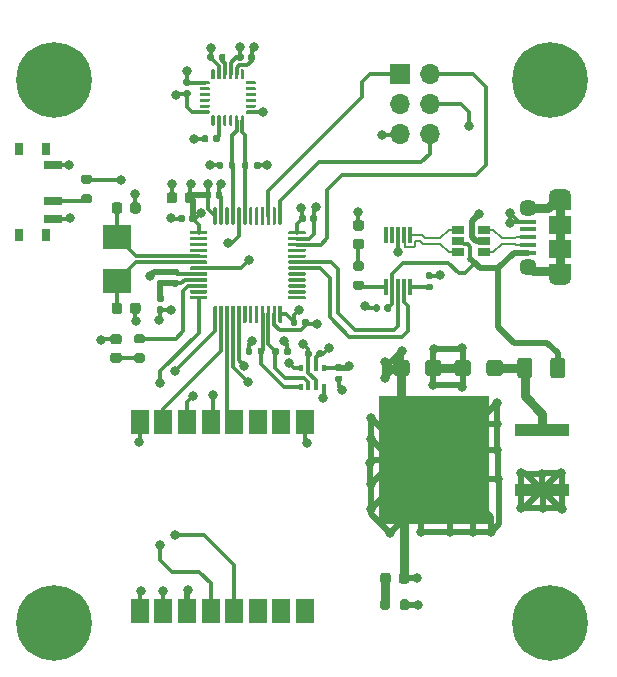
<source format=gbr>
%TF.GenerationSoftware,KiCad,Pcbnew,(5.1.9)-1*%
%TF.CreationDate,2021-09-16T13:16:14+03:00*%
%TF.ProjectId,STM32-V1,53544d33-322d-4563-912e-6b696361645f,rev?*%
%TF.SameCoordinates,Original*%
%TF.FileFunction,Copper,L1,Top*%
%TF.FilePolarity,Positive*%
%FSLAX46Y46*%
G04 Gerber Fmt 4.6, Leading zero omitted, Abs format (unit mm)*
G04 Created by KiCad (PCBNEW (5.1.9)-1) date 2021-09-16 13:16:14*
%MOMM*%
%LPD*%
G01*
G04 APERTURE LIST*
%TA.AperFunction,SMDPad,CuDef*%
%ADD10R,2.400000X2.000000*%
%TD*%
%TA.AperFunction,SMDPad,CuDef*%
%ADD11R,0.300000X1.400000*%
%TD*%
%TA.AperFunction,SMDPad,CuDef*%
%ADD12R,1.500000X2.000000*%
%TD*%
%TA.AperFunction,ComponentPad*%
%ADD13C,0.800000*%
%TD*%
%TA.AperFunction,ComponentPad*%
%ADD14C,6.400000*%
%TD*%
%TA.AperFunction,SMDPad,CuDef*%
%ADD15R,1.900000X1.500000*%
%TD*%
%TA.AperFunction,ComponentPad*%
%ADD16C,1.450000*%
%TD*%
%TA.AperFunction,SMDPad,CuDef*%
%ADD17R,1.350000X0.400000*%
%TD*%
%TA.AperFunction,ComponentPad*%
%ADD18O,1.900000X1.200000*%
%TD*%
%TA.AperFunction,SMDPad,CuDef*%
%ADD19R,1.900000X1.200000*%
%TD*%
%TA.AperFunction,ComponentPad*%
%ADD20R,1.700000X1.700000*%
%TD*%
%TA.AperFunction,ComponentPad*%
%ADD21O,1.700000X1.700000*%
%TD*%
%TA.AperFunction,SMDPad,CuDef*%
%ADD22R,1.500000X0.700000*%
%TD*%
%TA.AperFunction,SMDPad,CuDef*%
%ADD23R,0.800000X1.000000*%
%TD*%
%TA.AperFunction,SMDPad,CuDef*%
%ADD24R,4.600000X1.100000*%
%TD*%
%TA.AperFunction,SMDPad,CuDef*%
%ADD25R,9.400000X10.800000*%
%TD*%
%TA.AperFunction,SMDPad,CuDef*%
%ADD26R,1.060000X0.650000*%
%TD*%
%TA.AperFunction,SMDPad,CuDef*%
%ADD27R,0.350000X0.500000*%
%TD*%
%TA.AperFunction,ViaPad*%
%ADD28C,0.800000*%
%TD*%
%TA.AperFunction,Conductor*%
%ADD29C,0.300000*%
%TD*%
%TA.AperFunction,Conductor*%
%ADD30C,0.500000*%
%TD*%
%TA.AperFunction,Conductor*%
%ADD31C,0.750000*%
%TD*%
%TA.AperFunction,Conductor*%
%ADD32C,0.200000*%
%TD*%
G04 APERTURE END LIST*
D10*
%TO.P,Y1,2*%
%TO.N,Net-(C17-Pad1)*%
X93350000Y-111550000D03*
%TO.P,Y1,1*%
%TO.N,Net-(C16-Pad1)*%
X93350000Y-107850000D03*
%TD*%
D11*
%TO.P,U7,1*%
%TO.N,USB_D+*%
X118125000Y-107675000D03*
%TO.P,U7,2*%
%TO.N,USB_D-*%
X117625000Y-107675000D03*
%TO.P,U7,3*%
%TO.N,GND*%
X117125000Y-107675000D03*
%TO.P,U7,4*%
%TO.N,Net-(U7-Pad4)*%
X116625000Y-107675000D03*
%TO.P,U7,5*%
%TO.N,Net-(U7-Pad5)*%
X116125000Y-107675000D03*
%TO.P,U7,6*%
%TO.N,Net-(R6-Pad1)*%
X116125000Y-112075000D03*
%TO.P,U7,7*%
%TO.N,+5V*%
X116625000Y-112075000D03*
%TO.P,U7,8*%
%TO.N,USART1_RX*%
X117125000Y-112075000D03*
%TO.P,U7,9*%
%TO.N,USART1_TX*%
X117625000Y-112075000D03*
%TO.P,U7,10*%
%TO.N,Net-(C19-Pad1)*%
X118125000Y-112075000D03*
%TD*%
D12*
%TO.P,U4,16*%
%TO.N,GND*%
X95250000Y-123500000D03*
%TO.P,U4,15*%
%TO.N,LORA_NSS_SPI*%
X97250000Y-123500000D03*
%TO.P,U4,14*%
%TO.N,SPI1_MOSI*%
X99250000Y-123500000D03*
%TO.P,U4,13*%
%TO.N,SP1_MISO*%
X101250000Y-123500000D03*
%TO.P,U4,12*%
%TO.N,SP1_SCK*%
X103250000Y-123500000D03*
%TO.P,U4,11*%
%TO.N,Net-(U4-Pad11)*%
X105250000Y-123500000D03*
%TO.P,U4,10*%
%TO.N,Net-(U4-Pad10)*%
X107250000Y-123500000D03*
%TO.P,U4,9*%
%TO.N,GND*%
X109250000Y-123500000D03*
%TO.P,U4,8*%
%TO.N,Net-(U4-Pad8)*%
X109250000Y-139500000D03*
%TO.P,U4,7*%
%TO.N,Net-(U4-Pad7)*%
X107250000Y-139500000D03*
%TO.P,U4,6*%
%TO.N,Net-(U4-Pad6)*%
X105250000Y-139500000D03*
%TO.P,U4,5*%
%TO.N,DIO0_LORA*%
X103250000Y-139500000D03*
%TO.P,U4,4*%
%TO.N,NRESET_LORA*%
X101250000Y-139500000D03*
%TO.P,U4,3*%
%TO.N,+3V3*%
X99250000Y-139500000D03*
%TO.P,U4,2*%
%TO.N,GND*%
X97250000Y-139500000D03*
%TO.P,U4,1*%
X95250000Y-139500000D03*
%TD*%
D13*
%TO.P,H4,1*%
%TO.N,GND*%
X89697056Y-92802944D03*
X88000000Y-92100000D03*
X86302944Y-92802944D03*
X85600000Y-94500000D03*
X86302944Y-96197056D03*
X88000000Y-96900000D03*
X89697056Y-96197056D03*
X90400000Y-94500000D03*
D14*
X88000000Y-94500000D03*
%TD*%
D13*
%TO.P,H3,1*%
%TO.N,GND*%
X89697056Y-138802944D03*
X88000000Y-138100000D03*
X86302944Y-138802944D03*
X85600000Y-140500000D03*
X86302944Y-142197056D03*
X88000000Y-142900000D03*
X89697056Y-142197056D03*
X90400000Y-140500000D03*
D14*
X88000000Y-140500000D03*
%TD*%
D13*
%TO.P,H2,1*%
%TO.N,GND*%
X131697056Y-138802944D03*
X130000000Y-138100000D03*
X128302944Y-138802944D03*
X127600000Y-140500000D03*
X128302944Y-142197056D03*
X130000000Y-142900000D03*
X131697056Y-142197056D03*
X132400000Y-140500000D03*
D14*
X130000000Y-140500000D03*
%TD*%
D13*
%TO.P,H1,1*%
%TO.N,GND*%
X131697056Y-92802944D03*
X130000000Y-92100000D03*
X128302944Y-92802944D03*
X127600000Y-94500000D03*
X128302944Y-96197056D03*
X130000000Y-96900000D03*
X131697056Y-96197056D03*
X132400000Y-94500000D03*
D14*
X130000000Y-94500000D03*
%TD*%
%TO.P,C9,2*%
%TO.N,GND*%
%TA.AperFunction,SMDPad,CuDef*%
G36*
G01*
X97170000Y-111050000D02*
X96830000Y-111050000D01*
G75*
G02*
X96690000Y-110910000I0J140000D01*
G01*
X96690000Y-110630000D01*
G75*
G02*
X96830000Y-110490000I140000J0D01*
G01*
X97170000Y-110490000D01*
G75*
G02*
X97310000Y-110630000I0J-140000D01*
G01*
X97310000Y-110910000D01*
G75*
G02*
X97170000Y-111050000I-140000J0D01*
G01*
G37*
%TD.AperFunction*%
%TO.P,C9,1*%
%TO.N,+3.3VA*%
%TA.AperFunction,SMDPad,CuDef*%
G36*
G01*
X97170000Y-112010000D02*
X96830000Y-112010000D01*
G75*
G02*
X96690000Y-111870000I0J140000D01*
G01*
X96690000Y-111590000D01*
G75*
G02*
X96830000Y-111450000I140000J0D01*
G01*
X97170000Y-111450000D01*
G75*
G02*
X97310000Y-111590000I0J-140000D01*
G01*
X97310000Y-111870000D01*
G75*
G02*
X97170000Y-112010000I-140000J0D01*
G01*
G37*
%TD.AperFunction*%
%TD*%
%TO.P,C8,2*%
%TO.N,GND*%
%TA.AperFunction,SMDPad,CuDef*%
G36*
G01*
X98420000Y-111050000D02*
X98080000Y-111050000D01*
G75*
G02*
X97940000Y-110910000I0J140000D01*
G01*
X97940000Y-110630000D01*
G75*
G02*
X98080000Y-110490000I140000J0D01*
G01*
X98420000Y-110490000D01*
G75*
G02*
X98560000Y-110630000I0J-140000D01*
G01*
X98560000Y-110910000D01*
G75*
G02*
X98420000Y-111050000I-140000J0D01*
G01*
G37*
%TD.AperFunction*%
%TO.P,C8,1*%
%TO.N,+3.3VA*%
%TA.AperFunction,SMDPad,CuDef*%
G36*
G01*
X98420000Y-112010000D02*
X98080000Y-112010000D01*
G75*
G02*
X97940000Y-111870000I0J140000D01*
G01*
X97940000Y-111590000D01*
G75*
G02*
X98080000Y-111450000I140000J0D01*
G01*
X98420000Y-111450000D01*
G75*
G02*
X98560000Y-111590000I0J-140000D01*
G01*
X98560000Y-111870000D01*
G75*
G02*
X98420000Y-112010000I-140000J0D01*
G01*
G37*
%TD.AperFunction*%
%TD*%
%TO.P,C15,2*%
%TO.N,GND*%
%TA.AperFunction,SMDPad,CuDef*%
G36*
G01*
X101050000Y-99330000D02*
X101050000Y-99670000D01*
G75*
G02*
X100910000Y-99810000I-140000J0D01*
G01*
X100630000Y-99810000D01*
G75*
G02*
X100490000Y-99670000I0J140000D01*
G01*
X100490000Y-99330000D01*
G75*
G02*
X100630000Y-99190000I140000J0D01*
G01*
X100910000Y-99190000D01*
G75*
G02*
X101050000Y-99330000I0J-140000D01*
G01*
G37*
%TD.AperFunction*%
%TO.P,C15,1*%
%TO.N,Net-(C15-Pad1)*%
%TA.AperFunction,SMDPad,CuDef*%
G36*
G01*
X102010000Y-99330000D02*
X102010000Y-99670000D01*
G75*
G02*
X101870000Y-99810000I-140000J0D01*
G01*
X101590000Y-99810000D01*
G75*
G02*
X101450000Y-99670000I0J140000D01*
G01*
X101450000Y-99330000D01*
G75*
G02*
X101590000Y-99190000I140000J0D01*
G01*
X101870000Y-99190000D01*
G75*
G02*
X102010000Y-99330000I0J-140000D01*
G01*
G37*
%TD.AperFunction*%
%TD*%
%TO.P,C11,2*%
%TO.N,GND*%
%TA.AperFunction,SMDPad,CuDef*%
G36*
G01*
X99080000Y-95400000D02*
X99420000Y-95400000D01*
G75*
G02*
X99560000Y-95540000I0J-140000D01*
G01*
X99560000Y-95820000D01*
G75*
G02*
X99420000Y-95960000I-140000J0D01*
G01*
X99080000Y-95960000D01*
G75*
G02*
X98940000Y-95820000I0J140000D01*
G01*
X98940000Y-95540000D01*
G75*
G02*
X99080000Y-95400000I140000J0D01*
G01*
G37*
%TD.AperFunction*%
%TO.P,C11,1*%
%TO.N,+3V3*%
%TA.AperFunction,SMDPad,CuDef*%
G36*
G01*
X99080000Y-94440000D02*
X99420000Y-94440000D01*
G75*
G02*
X99560000Y-94580000I0J-140000D01*
G01*
X99560000Y-94860000D01*
G75*
G02*
X99420000Y-95000000I-140000J0D01*
G01*
X99080000Y-95000000D01*
G75*
G02*
X98940000Y-94860000I0J140000D01*
G01*
X98940000Y-94580000D01*
G75*
G02*
X99080000Y-94440000I140000J0D01*
G01*
G37*
%TD.AperFunction*%
%TD*%
%TO.P,C10,2*%
%TO.N,GND*%
%TA.AperFunction,SMDPad,CuDef*%
G36*
G01*
X104050000Y-92430000D02*
X104050000Y-92770000D01*
G75*
G02*
X103910000Y-92910000I-140000J0D01*
G01*
X103630000Y-92910000D01*
G75*
G02*
X103490000Y-92770000I0J140000D01*
G01*
X103490000Y-92430000D01*
G75*
G02*
X103630000Y-92290000I140000J0D01*
G01*
X103910000Y-92290000D01*
G75*
G02*
X104050000Y-92430000I0J-140000D01*
G01*
G37*
%TD.AperFunction*%
%TO.P,C10,1*%
%TO.N,+3V3*%
%TA.AperFunction,SMDPad,CuDef*%
G36*
G01*
X105010000Y-92430000D02*
X105010000Y-92770000D01*
G75*
G02*
X104870000Y-92910000I-140000J0D01*
G01*
X104590000Y-92910000D01*
G75*
G02*
X104450000Y-92770000I0J140000D01*
G01*
X104450000Y-92430000D01*
G75*
G02*
X104590000Y-92290000I140000J0D01*
G01*
X104870000Y-92290000D01*
G75*
G02*
X105010000Y-92430000I0J-140000D01*
G01*
G37*
%TD.AperFunction*%
%TD*%
%TO.P,C2,2*%
%TO.N,GND*%
%TA.AperFunction,SMDPad,CuDef*%
G36*
G01*
X119400000Y-119325001D02*
X119400000Y-118474999D01*
G75*
G02*
X119649999Y-118225000I249999J0D01*
G01*
X120550001Y-118225000D01*
G75*
G02*
X120800000Y-118474999I0J-249999D01*
G01*
X120800000Y-119325001D01*
G75*
G02*
X120550001Y-119575000I-249999J0D01*
G01*
X119649999Y-119575000D01*
G75*
G02*
X119400000Y-119325001I0J249999D01*
G01*
G37*
%TD.AperFunction*%
%TO.P,C2,1*%
%TO.N,+3V3*%
%TA.AperFunction,SMDPad,CuDef*%
G36*
G01*
X116700000Y-119325001D02*
X116700000Y-118474999D01*
G75*
G02*
X116949999Y-118225000I249999J0D01*
G01*
X117850001Y-118225000D01*
G75*
G02*
X118100000Y-118474999I0J-249999D01*
G01*
X118100000Y-119325001D01*
G75*
G02*
X117850001Y-119575000I-249999J0D01*
G01*
X116949999Y-119575000D01*
G75*
G02*
X116700000Y-119325001I0J249999D01*
G01*
G37*
%TD.AperFunction*%
%TD*%
%TO.P,C1,2*%
%TO.N,GND*%
%TA.AperFunction,SMDPad,CuDef*%
G36*
G01*
X123300000Y-118474999D02*
X123300000Y-119325001D01*
G75*
G02*
X123050001Y-119575000I-249999J0D01*
G01*
X122149999Y-119575000D01*
G75*
G02*
X121900000Y-119325001I0J249999D01*
G01*
X121900000Y-118474999D01*
G75*
G02*
X122149999Y-118225000I249999J0D01*
G01*
X123050001Y-118225000D01*
G75*
G02*
X123300000Y-118474999I0J-249999D01*
G01*
G37*
%TD.AperFunction*%
%TO.P,C1,1*%
%TO.N,Net-(C1-Pad1)*%
%TA.AperFunction,SMDPad,CuDef*%
G36*
G01*
X126000000Y-118474999D02*
X126000000Y-119325001D01*
G75*
G02*
X125750001Y-119575000I-249999J0D01*
G01*
X124849999Y-119575000D01*
G75*
G02*
X124600000Y-119325001I0J249999D01*
G01*
X124600000Y-118474999D01*
G75*
G02*
X124849999Y-118225000I249999J0D01*
G01*
X125750001Y-118225000D01*
G75*
G02*
X126000000Y-118474999I0J-249999D01*
G01*
G37*
%TD.AperFunction*%
%TD*%
%TO.P,C3,1*%
%TO.N,+3V3*%
%TA.AperFunction,SMDPad,CuDef*%
G36*
G01*
X99975000Y-104250000D02*
X99975000Y-104750000D01*
G75*
G02*
X99750000Y-104975000I-225000J0D01*
G01*
X99300000Y-104975000D01*
G75*
G02*
X99075000Y-104750000I0J225000D01*
G01*
X99075000Y-104250000D01*
G75*
G02*
X99300000Y-104025000I225000J0D01*
G01*
X99750000Y-104025000D01*
G75*
G02*
X99975000Y-104250000I0J-225000D01*
G01*
G37*
%TD.AperFunction*%
%TO.P,C3,2*%
%TO.N,GND*%
%TA.AperFunction,SMDPad,CuDef*%
G36*
G01*
X98425000Y-104250000D02*
X98425000Y-104750000D01*
G75*
G02*
X98200000Y-104975000I-225000J0D01*
G01*
X97750000Y-104975000D01*
G75*
G02*
X97525000Y-104750000I0J225000D01*
G01*
X97525000Y-104250000D01*
G75*
G02*
X97750000Y-104025000I225000J0D01*
G01*
X98200000Y-104025000D01*
G75*
G02*
X98425000Y-104250000I0J-225000D01*
G01*
G37*
%TD.AperFunction*%
%TD*%
%TO.P,C4,2*%
%TO.N,GND*%
%TA.AperFunction,SMDPad,CuDef*%
G36*
G01*
X99050000Y-106080000D02*
X99050000Y-106420000D01*
G75*
G02*
X98910000Y-106560000I-140000J0D01*
G01*
X98630000Y-106560000D01*
G75*
G02*
X98490000Y-106420000I0J140000D01*
G01*
X98490000Y-106080000D01*
G75*
G02*
X98630000Y-105940000I140000J0D01*
G01*
X98910000Y-105940000D01*
G75*
G02*
X99050000Y-106080000I0J-140000D01*
G01*
G37*
%TD.AperFunction*%
%TO.P,C4,1*%
%TO.N,+3V3*%
%TA.AperFunction,SMDPad,CuDef*%
G36*
G01*
X100010000Y-106080000D02*
X100010000Y-106420000D01*
G75*
G02*
X99870000Y-106560000I-140000J0D01*
G01*
X99590000Y-106560000D01*
G75*
G02*
X99450000Y-106420000I0J140000D01*
G01*
X99450000Y-106080000D01*
G75*
G02*
X99590000Y-105940000I140000J0D01*
G01*
X99870000Y-105940000D01*
G75*
G02*
X100010000Y-106080000I0J-140000D01*
G01*
G37*
%TD.AperFunction*%
%TD*%
%TO.P,C5,1*%
%TO.N,+3V3*%
%TA.AperFunction,SMDPad,CuDef*%
G36*
G01*
X108040000Y-115220000D02*
X108040000Y-114880000D01*
G75*
G02*
X108180000Y-114740000I140000J0D01*
G01*
X108460000Y-114740000D01*
G75*
G02*
X108600000Y-114880000I0J-140000D01*
G01*
X108600000Y-115220000D01*
G75*
G02*
X108460000Y-115360000I-140000J0D01*
G01*
X108180000Y-115360000D01*
G75*
G02*
X108040000Y-115220000I0J140000D01*
G01*
G37*
%TD.AperFunction*%
%TO.P,C5,2*%
%TO.N,GND*%
%TA.AperFunction,SMDPad,CuDef*%
G36*
G01*
X109000000Y-115220000D02*
X109000000Y-114880000D01*
G75*
G02*
X109140000Y-114740000I140000J0D01*
G01*
X109420000Y-114740000D01*
G75*
G02*
X109560000Y-114880000I0J-140000D01*
G01*
X109560000Y-115220000D01*
G75*
G02*
X109420000Y-115360000I-140000J0D01*
G01*
X109140000Y-115360000D01*
G75*
G02*
X109000000Y-115220000I0J140000D01*
G01*
G37*
%TD.AperFunction*%
%TD*%
%TO.P,C6,2*%
%TO.N,GND*%
%TA.AperFunction,SMDPad,CuDef*%
G36*
G01*
X109700000Y-106420000D02*
X109700000Y-106080000D01*
G75*
G02*
X109840000Y-105940000I140000J0D01*
G01*
X110120000Y-105940000D01*
G75*
G02*
X110260000Y-106080000I0J-140000D01*
G01*
X110260000Y-106420000D01*
G75*
G02*
X110120000Y-106560000I-140000J0D01*
G01*
X109840000Y-106560000D01*
G75*
G02*
X109700000Y-106420000I0J140000D01*
G01*
G37*
%TD.AperFunction*%
%TO.P,C6,1*%
%TO.N,+3V3*%
%TA.AperFunction,SMDPad,CuDef*%
G36*
G01*
X108740000Y-106420000D02*
X108740000Y-106080000D01*
G75*
G02*
X108880000Y-105940000I140000J0D01*
G01*
X109160000Y-105940000D01*
G75*
G02*
X109300000Y-106080000I0J-140000D01*
G01*
X109300000Y-106420000D01*
G75*
G02*
X109160000Y-106560000I-140000J0D01*
G01*
X108880000Y-106560000D01*
G75*
G02*
X108740000Y-106420000I0J140000D01*
G01*
G37*
%TD.AperFunction*%
%TD*%
%TO.P,C7,1*%
%TO.N,+3V3*%
%TA.AperFunction,SMDPad,CuDef*%
G36*
G01*
X100740000Y-104420000D02*
X100740000Y-104080000D01*
G75*
G02*
X100880000Y-103940000I140000J0D01*
G01*
X101160000Y-103940000D01*
G75*
G02*
X101300000Y-104080000I0J-140000D01*
G01*
X101300000Y-104420000D01*
G75*
G02*
X101160000Y-104560000I-140000J0D01*
G01*
X100880000Y-104560000D01*
G75*
G02*
X100740000Y-104420000I0J140000D01*
G01*
G37*
%TD.AperFunction*%
%TO.P,C7,2*%
%TO.N,GND*%
%TA.AperFunction,SMDPad,CuDef*%
G36*
G01*
X101700000Y-104420000D02*
X101700000Y-104080000D01*
G75*
G02*
X101840000Y-103940000I140000J0D01*
G01*
X102120000Y-103940000D01*
G75*
G02*
X102260000Y-104080000I0J-140000D01*
G01*
X102260000Y-104420000D01*
G75*
G02*
X102120000Y-104560000I-140000J0D01*
G01*
X101840000Y-104560000D01*
G75*
G02*
X101700000Y-104420000I0J140000D01*
G01*
G37*
%TD.AperFunction*%
%TD*%
%TO.P,C12,1*%
%TO.N,+3V3*%
%TA.AperFunction,SMDPad,CuDef*%
G36*
G01*
X109240000Y-117870000D02*
X109240000Y-117530000D01*
G75*
G02*
X109380000Y-117390000I140000J0D01*
G01*
X109660000Y-117390000D01*
G75*
G02*
X109800000Y-117530000I0J-140000D01*
G01*
X109800000Y-117870000D01*
G75*
G02*
X109660000Y-118010000I-140000J0D01*
G01*
X109380000Y-118010000D01*
G75*
G02*
X109240000Y-117870000I0J140000D01*
G01*
G37*
%TD.AperFunction*%
%TO.P,C12,2*%
%TO.N,GND*%
%TA.AperFunction,SMDPad,CuDef*%
G36*
G01*
X110200000Y-117870000D02*
X110200000Y-117530000D01*
G75*
G02*
X110340000Y-117390000I140000J0D01*
G01*
X110620000Y-117390000D01*
G75*
G02*
X110760000Y-117530000I0J-140000D01*
G01*
X110760000Y-117870000D01*
G75*
G02*
X110620000Y-118010000I-140000J0D01*
G01*
X110340000Y-118010000D01*
G75*
G02*
X110200000Y-117870000I0J140000D01*
G01*
G37*
%TD.AperFunction*%
%TD*%
%TO.P,C13,2*%
%TO.N,GND*%
%TA.AperFunction,SMDPad,CuDef*%
G36*
G01*
X111930000Y-119550000D02*
X112270000Y-119550000D01*
G75*
G02*
X112410000Y-119690000I0J-140000D01*
G01*
X112410000Y-119970000D01*
G75*
G02*
X112270000Y-120110000I-140000J0D01*
G01*
X111930000Y-120110000D01*
G75*
G02*
X111790000Y-119970000I0J140000D01*
G01*
X111790000Y-119690000D01*
G75*
G02*
X111930000Y-119550000I140000J0D01*
G01*
G37*
%TD.AperFunction*%
%TO.P,C13,1*%
%TO.N,+3V3*%
%TA.AperFunction,SMDPad,CuDef*%
G36*
G01*
X111930000Y-118590000D02*
X112270000Y-118590000D01*
G75*
G02*
X112410000Y-118730000I0J-140000D01*
G01*
X112410000Y-119010000D01*
G75*
G02*
X112270000Y-119150000I-140000J0D01*
G01*
X111930000Y-119150000D01*
G75*
G02*
X111790000Y-119010000I0J140000D01*
G01*
X111790000Y-118730000D01*
G75*
G02*
X111930000Y-118590000I140000J0D01*
G01*
G37*
%TD.AperFunction*%
%TD*%
%TO.P,C14,1*%
%TO.N,Net-(C14-Pad1)*%
%TA.AperFunction,SMDPad,CuDef*%
G36*
G01*
X102510000Y-92430000D02*
X102510000Y-92770000D01*
G75*
G02*
X102370000Y-92910000I-140000J0D01*
G01*
X102090000Y-92910000D01*
G75*
G02*
X101950000Y-92770000I0J140000D01*
G01*
X101950000Y-92430000D01*
G75*
G02*
X102090000Y-92290000I140000J0D01*
G01*
X102370000Y-92290000D01*
G75*
G02*
X102510000Y-92430000I0J-140000D01*
G01*
G37*
%TD.AperFunction*%
%TO.P,C14,2*%
%TO.N,GND*%
%TA.AperFunction,SMDPad,CuDef*%
G36*
G01*
X101550000Y-92430000D02*
X101550000Y-92770000D01*
G75*
G02*
X101410000Y-92910000I-140000J0D01*
G01*
X101130000Y-92910000D01*
G75*
G02*
X100990000Y-92770000I0J140000D01*
G01*
X100990000Y-92430000D01*
G75*
G02*
X101130000Y-92290000I140000J0D01*
G01*
X101410000Y-92290000D01*
G75*
G02*
X101550000Y-92430000I0J-140000D01*
G01*
G37*
%TD.AperFunction*%
%TD*%
%TO.P,C16,2*%
%TO.N,GND*%
%TA.AperFunction,SMDPad,CuDef*%
G36*
G01*
X94425000Y-105600000D02*
X94425000Y-105100000D01*
G75*
G02*
X94650000Y-104875000I225000J0D01*
G01*
X95100000Y-104875000D01*
G75*
G02*
X95325000Y-105100000I0J-225000D01*
G01*
X95325000Y-105600000D01*
G75*
G02*
X95100000Y-105825000I-225000J0D01*
G01*
X94650000Y-105825000D01*
G75*
G02*
X94425000Y-105600000I0J225000D01*
G01*
G37*
%TD.AperFunction*%
%TO.P,C16,1*%
%TO.N,Net-(C16-Pad1)*%
%TA.AperFunction,SMDPad,CuDef*%
G36*
G01*
X92875000Y-105600000D02*
X92875000Y-105100000D01*
G75*
G02*
X93100000Y-104875000I225000J0D01*
G01*
X93550000Y-104875000D01*
G75*
G02*
X93775000Y-105100000I0J-225000D01*
G01*
X93775000Y-105600000D01*
G75*
G02*
X93550000Y-105825000I-225000J0D01*
G01*
X93100000Y-105825000D01*
G75*
G02*
X92875000Y-105600000I0J225000D01*
G01*
G37*
%TD.AperFunction*%
%TD*%
%TO.P,C17,1*%
%TO.N,Net-(C17-Pad1)*%
%TA.AperFunction,SMDPad,CuDef*%
G36*
G01*
X92875000Y-114100000D02*
X92875000Y-113600000D01*
G75*
G02*
X93100000Y-113375000I225000J0D01*
G01*
X93550000Y-113375000D01*
G75*
G02*
X93775000Y-113600000I0J-225000D01*
G01*
X93775000Y-114100000D01*
G75*
G02*
X93550000Y-114325000I-225000J0D01*
G01*
X93100000Y-114325000D01*
G75*
G02*
X92875000Y-114100000I0J225000D01*
G01*
G37*
%TD.AperFunction*%
%TO.P,C17,2*%
%TO.N,GND*%
%TA.AperFunction,SMDPad,CuDef*%
G36*
G01*
X94425000Y-114100000D02*
X94425000Y-113600000D01*
G75*
G02*
X94650000Y-113375000I225000J0D01*
G01*
X95100000Y-113375000D01*
G75*
G02*
X95325000Y-113600000I0J-225000D01*
G01*
X95325000Y-114100000D01*
G75*
G02*
X95100000Y-114325000I-225000J0D01*
G01*
X94650000Y-114325000D01*
G75*
G02*
X94425000Y-114100000I0J225000D01*
G01*
G37*
%TD.AperFunction*%
%TD*%
%TO.P,C18,1*%
%TO.N,+5V*%
%TA.AperFunction,SMDPad,CuDef*%
G36*
G01*
X116535000Y-113655000D02*
X116535000Y-113995000D01*
G75*
G02*
X116395000Y-114135000I-140000J0D01*
G01*
X116115000Y-114135000D01*
G75*
G02*
X115975000Y-113995000I0J140000D01*
G01*
X115975000Y-113655000D01*
G75*
G02*
X116115000Y-113515000I140000J0D01*
G01*
X116395000Y-113515000D01*
G75*
G02*
X116535000Y-113655000I0J-140000D01*
G01*
G37*
%TD.AperFunction*%
%TO.P,C18,2*%
%TO.N,GND*%
%TA.AperFunction,SMDPad,CuDef*%
G36*
G01*
X115575000Y-113655000D02*
X115575000Y-113995000D01*
G75*
G02*
X115435000Y-114135000I-140000J0D01*
G01*
X115155000Y-114135000D01*
G75*
G02*
X115015000Y-113995000I0J140000D01*
G01*
X115015000Y-113655000D01*
G75*
G02*
X115155000Y-113515000I140000J0D01*
G01*
X115435000Y-113515000D01*
G75*
G02*
X115575000Y-113655000I0J-140000D01*
G01*
G37*
%TD.AperFunction*%
%TD*%
%TO.P,C19,2*%
%TO.N,GND*%
%TA.AperFunction,SMDPad,CuDef*%
G36*
G01*
X119945000Y-111375000D02*
X119605000Y-111375000D01*
G75*
G02*
X119465000Y-111235000I0J140000D01*
G01*
X119465000Y-110955000D01*
G75*
G02*
X119605000Y-110815000I140000J0D01*
G01*
X119945000Y-110815000D01*
G75*
G02*
X120085000Y-110955000I0J-140000D01*
G01*
X120085000Y-111235000D01*
G75*
G02*
X119945000Y-111375000I-140000J0D01*
G01*
G37*
%TD.AperFunction*%
%TO.P,C19,1*%
%TO.N,Net-(C19-Pad1)*%
%TA.AperFunction,SMDPad,CuDef*%
G36*
G01*
X119945000Y-112335000D02*
X119605000Y-112335000D01*
G75*
G02*
X119465000Y-112195000I0J140000D01*
G01*
X119465000Y-111915000D01*
G75*
G02*
X119605000Y-111775000I140000J0D01*
G01*
X119945000Y-111775000D01*
G75*
G02*
X120085000Y-111915000I0J-140000D01*
G01*
X120085000Y-112195000D01*
G75*
G02*
X119945000Y-112335000I-140000J0D01*
G01*
G37*
%TD.AperFunction*%
%TD*%
%TO.P,D1,2*%
%TO.N,+3V3*%
%TA.AperFunction,SMDPad,CuDef*%
G36*
G01*
X117200000Y-136956250D02*
X117200000Y-136443750D01*
G75*
G02*
X117418750Y-136225000I218750J0D01*
G01*
X117856250Y-136225000D01*
G75*
G02*
X118075000Y-136443750I0J-218750D01*
G01*
X118075000Y-136956250D01*
G75*
G02*
X117856250Y-137175000I-218750J0D01*
G01*
X117418750Y-137175000D01*
G75*
G02*
X117200000Y-136956250I0J218750D01*
G01*
G37*
%TD.AperFunction*%
%TO.P,D1,1*%
%TO.N,Net-(D1-Pad1)*%
%TA.AperFunction,SMDPad,CuDef*%
G36*
G01*
X115625000Y-136956250D02*
X115625000Y-136443750D01*
G75*
G02*
X115843750Y-136225000I218750J0D01*
G01*
X116281250Y-136225000D01*
G75*
G02*
X116500000Y-136443750I0J-218750D01*
G01*
X116500000Y-136956250D01*
G75*
G02*
X116281250Y-137175000I-218750J0D01*
G01*
X115843750Y-137175000D01*
G75*
G02*
X115625000Y-136956250I0J218750D01*
G01*
G37*
%TD.AperFunction*%
%TD*%
%TO.P,D2,1*%
%TO.N,GND*%
%TA.AperFunction,SMDPad,CuDef*%
G36*
G01*
X92993750Y-116025000D02*
X93506250Y-116025000D01*
G75*
G02*
X93725000Y-116243750I0J-218750D01*
G01*
X93725000Y-116681250D01*
G75*
G02*
X93506250Y-116900000I-218750J0D01*
G01*
X92993750Y-116900000D01*
G75*
G02*
X92775000Y-116681250I0J218750D01*
G01*
X92775000Y-116243750D01*
G75*
G02*
X92993750Y-116025000I218750J0D01*
G01*
G37*
%TD.AperFunction*%
%TO.P,D2,2*%
%TO.N,Net-(D2-Pad2)*%
%TA.AperFunction,SMDPad,CuDef*%
G36*
G01*
X92993750Y-117600000D02*
X93506250Y-117600000D01*
G75*
G02*
X93725000Y-117818750I0J-218750D01*
G01*
X93725000Y-118256250D01*
G75*
G02*
X93506250Y-118475000I-218750J0D01*
G01*
X92993750Y-118475000D01*
G75*
G02*
X92775000Y-118256250I0J218750D01*
G01*
X92775000Y-117818750D01*
G75*
G02*
X92993750Y-117600000I218750J0D01*
G01*
G37*
%TD.AperFunction*%
%TD*%
%TO.P,D3,1*%
%TO.N,GND*%
%TA.AperFunction,SMDPad,CuDef*%
G36*
G01*
X113518750Y-106387500D02*
X114031250Y-106387500D01*
G75*
G02*
X114250000Y-106606250I0J-218750D01*
G01*
X114250000Y-107043750D01*
G75*
G02*
X114031250Y-107262500I-218750J0D01*
G01*
X113518750Y-107262500D01*
G75*
G02*
X113300000Y-107043750I0J218750D01*
G01*
X113300000Y-106606250D01*
G75*
G02*
X113518750Y-106387500I218750J0D01*
G01*
G37*
%TD.AperFunction*%
%TO.P,D3,2*%
%TO.N,Net-(D3-Pad2)*%
%TA.AperFunction,SMDPad,CuDef*%
G36*
G01*
X113518750Y-107962500D02*
X114031250Y-107962500D01*
G75*
G02*
X114250000Y-108181250I0J-218750D01*
G01*
X114250000Y-108618750D01*
G75*
G02*
X114031250Y-108837500I-218750J0D01*
G01*
X113518750Y-108837500D01*
G75*
G02*
X113300000Y-108618750I0J218750D01*
G01*
X113300000Y-108181250D01*
G75*
G02*
X113518750Y-107962500I218750J0D01*
G01*
G37*
%TD.AperFunction*%
%TD*%
%TO.P,F1,1*%
%TO.N,Net-(C1-Pad1)*%
%TA.AperFunction,SMDPad,CuDef*%
G36*
G01*
X127225000Y-119525000D02*
X127225000Y-118275000D01*
G75*
G02*
X127475000Y-118025000I250000J0D01*
G01*
X128225000Y-118025000D01*
G75*
G02*
X128475000Y-118275000I0J-250000D01*
G01*
X128475000Y-119525000D01*
G75*
G02*
X128225000Y-119775000I-250000J0D01*
G01*
X127475000Y-119775000D01*
G75*
G02*
X127225000Y-119525000I0J250000D01*
G01*
G37*
%TD.AperFunction*%
%TO.P,F1,2*%
%TO.N,+5V*%
%TA.AperFunction,SMDPad,CuDef*%
G36*
G01*
X130025000Y-119525000D02*
X130025000Y-118275000D01*
G75*
G02*
X130275000Y-118025000I250000J0D01*
G01*
X131025000Y-118025000D01*
G75*
G02*
X131275000Y-118275000I0J-250000D01*
G01*
X131275000Y-119525000D01*
G75*
G02*
X131025000Y-119775000I-250000J0D01*
G01*
X130275000Y-119775000D01*
G75*
G02*
X130025000Y-119525000I0J250000D01*
G01*
G37*
%TD.AperFunction*%
%TD*%
D15*
%TO.P,J1,6*%
%TO.N,Net-(J1-Pad6)*%
X130812500Y-106825000D03*
D16*
X128112500Y-110325000D03*
D17*
%TO.P,J1,2*%
%TO.N,USB_CONN_D-*%
X128112500Y-108475000D03*
%TO.P,J1,1*%
%TO.N,+5V*%
X128112500Y-109125000D03*
%TO.P,J1,5*%
%TO.N,GND*%
X128112500Y-106525000D03*
%TO.P,J1,4*%
%TO.N,Net-(J1-Pad4)*%
X128112500Y-107175000D03*
%TO.P,J1,3*%
%TO.N,USB_CONN_D+*%
X128112500Y-107825000D03*
D16*
%TO.P,J1,6*%
%TO.N,Net-(J1-Pad6)*%
X128112500Y-105325000D03*
D15*
X130812500Y-108825000D03*
D18*
X130812500Y-111325000D03*
X130812500Y-104325000D03*
D19*
X130812500Y-104925000D03*
X130812500Y-110725000D03*
%TD*%
D20*
%TO.P,J2,1*%
%TO.N,SWO*%
X117250000Y-94000000D03*
D21*
%TO.P,J2,2*%
%TO.N,SWDIO*%
X119790000Y-94000000D03*
%TO.P,J2,3*%
%TO.N,Net-(J2-Pad3)*%
X117250000Y-96540000D03*
%TO.P,J2,4*%
%TO.N,NRST*%
X119790000Y-96540000D03*
%TO.P,J2,5*%
%TO.N,GND*%
X117250000Y-99080000D03*
%TO.P,J2,6*%
%TO.N,SWCLK*%
X119790000Y-99080000D03*
%TD*%
%TO.P,L1,1*%
%TO.N,+3V3*%
%TA.AperFunction,SMDPad,CuDef*%
G36*
G01*
X97172500Y-114280000D02*
X96827500Y-114280000D01*
G75*
G02*
X96680000Y-114132500I0J147500D01*
G01*
X96680000Y-113837500D01*
G75*
G02*
X96827500Y-113690000I147500J0D01*
G01*
X97172500Y-113690000D01*
G75*
G02*
X97320000Y-113837500I0J-147500D01*
G01*
X97320000Y-114132500D01*
G75*
G02*
X97172500Y-114280000I-147500J0D01*
G01*
G37*
%TD.AperFunction*%
%TO.P,L1,2*%
%TO.N,+3.3VA*%
%TA.AperFunction,SMDPad,CuDef*%
G36*
G01*
X97172500Y-113310000D02*
X96827500Y-113310000D01*
G75*
G02*
X96680000Y-113162500I0J147500D01*
G01*
X96680000Y-112867500D01*
G75*
G02*
X96827500Y-112720000I147500J0D01*
G01*
X97172500Y-112720000D01*
G75*
G02*
X97320000Y-112867500I0J-147500D01*
G01*
X97320000Y-113162500D01*
G75*
G02*
X97172500Y-113310000I-147500J0D01*
G01*
G37*
%TD.AperFunction*%
%TD*%
%TO.P,R1,2*%
%TO.N,GND*%
%TA.AperFunction,SMDPad,CuDef*%
G36*
G01*
X117275000Y-139225000D02*
X117275000Y-138675000D01*
G75*
G02*
X117475000Y-138475000I200000J0D01*
G01*
X117875000Y-138475000D01*
G75*
G02*
X118075000Y-138675000I0J-200000D01*
G01*
X118075000Y-139225000D01*
G75*
G02*
X117875000Y-139425000I-200000J0D01*
G01*
X117475000Y-139425000D01*
G75*
G02*
X117275000Y-139225000I0J200000D01*
G01*
G37*
%TD.AperFunction*%
%TO.P,R1,1*%
%TO.N,Net-(D1-Pad1)*%
%TA.AperFunction,SMDPad,CuDef*%
G36*
G01*
X115625000Y-139225000D02*
X115625000Y-138675000D01*
G75*
G02*
X115825000Y-138475000I200000J0D01*
G01*
X116225000Y-138475000D01*
G75*
G02*
X116425000Y-138675000I0J-200000D01*
G01*
X116425000Y-139225000D01*
G75*
G02*
X116225000Y-139425000I-200000J0D01*
G01*
X115825000Y-139425000D01*
G75*
G02*
X115625000Y-139225000I0J200000D01*
G01*
G37*
%TD.AperFunction*%
%TD*%
%TO.P,R2,1*%
%TO.N,Net-(R2-Pad1)*%
%TA.AperFunction,SMDPad,CuDef*%
G36*
G01*
X91025000Y-104975000D02*
X90475000Y-104975000D01*
G75*
G02*
X90275000Y-104775000I0J200000D01*
G01*
X90275000Y-104375000D01*
G75*
G02*
X90475000Y-104175000I200000J0D01*
G01*
X91025000Y-104175000D01*
G75*
G02*
X91225000Y-104375000I0J-200000D01*
G01*
X91225000Y-104775000D01*
G75*
G02*
X91025000Y-104975000I-200000J0D01*
G01*
G37*
%TD.AperFunction*%
%TO.P,R2,2*%
%TO.N,BOOT0*%
%TA.AperFunction,SMDPad,CuDef*%
G36*
G01*
X91025000Y-103325000D02*
X90475000Y-103325000D01*
G75*
G02*
X90275000Y-103125000I0J200000D01*
G01*
X90275000Y-102725000D01*
G75*
G02*
X90475000Y-102525000I200000J0D01*
G01*
X91025000Y-102525000D01*
G75*
G02*
X91225000Y-102725000I0J-200000D01*
G01*
X91225000Y-103125000D01*
G75*
G02*
X91025000Y-103325000I-200000J0D01*
G01*
G37*
%TD.AperFunction*%
%TD*%
%TO.P,R3,1*%
%TO.N,LED_STATUS*%
%TA.AperFunction,SMDPad,CuDef*%
G36*
G01*
X94975000Y-116025000D02*
X95525000Y-116025000D01*
G75*
G02*
X95725000Y-116225000I0J-200000D01*
G01*
X95725000Y-116625000D01*
G75*
G02*
X95525000Y-116825000I-200000J0D01*
G01*
X94975000Y-116825000D01*
G75*
G02*
X94775000Y-116625000I0J200000D01*
G01*
X94775000Y-116225000D01*
G75*
G02*
X94975000Y-116025000I200000J0D01*
G01*
G37*
%TD.AperFunction*%
%TO.P,R3,2*%
%TO.N,Net-(D2-Pad2)*%
%TA.AperFunction,SMDPad,CuDef*%
G36*
G01*
X94975000Y-117675000D02*
X95525000Y-117675000D01*
G75*
G02*
X95725000Y-117875000I0J-200000D01*
G01*
X95725000Y-118275000D01*
G75*
G02*
X95525000Y-118475000I-200000J0D01*
G01*
X94975000Y-118475000D01*
G75*
G02*
X94775000Y-118275000I0J200000D01*
G01*
X94775000Y-117875000D01*
G75*
G02*
X94975000Y-117675000I200000J0D01*
G01*
G37*
%TD.AperFunction*%
%TD*%
%TO.P,R4,2*%
%TO.N,I2C1_SDA*%
%TA.AperFunction,SMDPad,CuDef*%
G36*
G01*
X104460000Y-101565000D02*
X104460000Y-101935000D01*
G75*
G02*
X104325000Y-102070000I-135000J0D01*
G01*
X104055000Y-102070000D01*
G75*
G02*
X103920000Y-101935000I0J135000D01*
G01*
X103920000Y-101565000D01*
G75*
G02*
X104055000Y-101430000I135000J0D01*
G01*
X104325000Y-101430000D01*
G75*
G02*
X104460000Y-101565000I0J-135000D01*
G01*
G37*
%TD.AperFunction*%
%TO.P,R4,1*%
%TO.N,+3V3*%
%TA.AperFunction,SMDPad,CuDef*%
G36*
G01*
X105480000Y-101565000D02*
X105480000Y-101935000D01*
G75*
G02*
X105345000Y-102070000I-135000J0D01*
G01*
X105075000Y-102070000D01*
G75*
G02*
X104940000Y-101935000I0J135000D01*
G01*
X104940000Y-101565000D01*
G75*
G02*
X105075000Y-101430000I135000J0D01*
G01*
X105345000Y-101430000D01*
G75*
G02*
X105480000Y-101565000I0J-135000D01*
G01*
G37*
%TD.AperFunction*%
%TD*%
%TO.P,R5,1*%
%TO.N,+3V3*%
%TA.AperFunction,SMDPad,CuDef*%
G36*
G01*
X101770000Y-101935000D02*
X101770000Y-101565000D01*
G75*
G02*
X101905000Y-101430000I135000J0D01*
G01*
X102175000Y-101430000D01*
G75*
G02*
X102310000Y-101565000I0J-135000D01*
G01*
X102310000Y-101935000D01*
G75*
G02*
X102175000Y-102070000I-135000J0D01*
G01*
X101905000Y-102070000D01*
G75*
G02*
X101770000Y-101935000I0J135000D01*
G01*
G37*
%TD.AperFunction*%
%TO.P,R5,2*%
%TO.N,I2C1_SCL*%
%TA.AperFunction,SMDPad,CuDef*%
G36*
G01*
X102790000Y-101935000D02*
X102790000Y-101565000D01*
G75*
G02*
X102925000Y-101430000I135000J0D01*
G01*
X103195000Y-101430000D01*
G75*
G02*
X103330000Y-101565000I0J-135000D01*
G01*
X103330000Y-101935000D01*
G75*
G02*
X103195000Y-102070000I-135000J0D01*
G01*
X102925000Y-102070000D01*
G75*
G02*
X102790000Y-101935000I0J135000D01*
G01*
G37*
%TD.AperFunction*%
%TD*%
%TO.P,R6,2*%
%TO.N,Net-(D3-Pad2)*%
%TA.AperFunction,SMDPad,CuDef*%
G36*
G01*
X114050000Y-110650000D02*
X113500000Y-110650000D01*
G75*
G02*
X113300000Y-110450000I0J200000D01*
G01*
X113300000Y-110050000D01*
G75*
G02*
X113500000Y-109850000I200000J0D01*
G01*
X114050000Y-109850000D01*
G75*
G02*
X114250000Y-110050000I0J-200000D01*
G01*
X114250000Y-110450000D01*
G75*
G02*
X114050000Y-110650000I-200000J0D01*
G01*
G37*
%TD.AperFunction*%
%TO.P,R6,1*%
%TO.N,Net-(R6-Pad1)*%
%TA.AperFunction,SMDPad,CuDef*%
G36*
G01*
X114050000Y-112300000D02*
X113500000Y-112300000D01*
G75*
G02*
X113300000Y-112100000I0J200000D01*
G01*
X113300000Y-111700000D01*
G75*
G02*
X113500000Y-111500000I200000J0D01*
G01*
X114050000Y-111500000D01*
G75*
G02*
X114250000Y-111700000I0J-200000D01*
G01*
X114250000Y-112100000D01*
G75*
G02*
X114050000Y-112300000I-200000J0D01*
G01*
G37*
%TD.AperFunction*%
%TD*%
%TO.P,R7,2*%
%TO.N,I2C2_SCL*%
%TA.AperFunction,SMDPad,CuDef*%
G36*
G01*
X105240000Y-117685000D02*
X105240000Y-117315000D01*
G75*
G02*
X105375000Y-117180000I135000J0D01*
G01*
X105645000Y-117180000D01*
G75*
G02*
X105780000Y-117315000I0J-135000D01*
G01*
X105780000Y-117685000D01*
G75*
G02*
X105645000Y-117820000I-135000J0D01*
G01*
X105375000Y-117820000D01*
G75*
G02*
X105240000Y-117685000I0J135000D01*
G01*
G37*
%TD.AperFunction*%
%TO.P,R7,1*%
%TO.N,+3V3*%
%TA.AperFunction,SMDPad,CuDef*%
G36*
G01*
X104220000Y-117685000D02*
X104220000Y-117315000D01*
G75*
G02*
X104355000Y-117180000I135000J0D01*
G01*
X104625000Y-117180000D01*
G75*
G02*
X104760000Y-117315000I0J-135000D01*
G01*
X104760000Y-117685000D01*
G75*
G02*
X104625000Y-117820000I-135000J0D01*
G01*
X104355000Y-117820000D01*
G75*
G02*
X104220000Y-117685000I0J135000D01*
G01*
G37*
%TD.AperFunction*%
%TD*%
%TO.P,R8,1*%
%TO.N,+3V3*%
%TA.AperFunction,SMDPad,CuDef*%
G36*
G01*
X108030000Y-117315000D02*
X108030000Y-117685000D01*
G75*
G02*
X107895000Y-117820000I-135000J0D01*
G01*
X107625000Y-117820000D01*
G75*
G02*
X107490000Y-117685000I0J135000D01*
G01*
X107490000Y-117315000D01*
G75*
G02*
X107625000Y-117180000I135000J0D01*
G01*
X107895000Y-117180000D01*
G75*
G02*
X108030000Y-117315000I0J-135000D01*
G01*
G37*
%TD.AperFunction*%
%TO.P,R8,2*%
%TO.N,I2C2_SDA*%
%TA.AperFunction,SMDPad,CuDef*%
G36*
G01*
X107010000Y-117315000D02*
X107010000Y-117685000D01*
G75*
G02*
X106875000Y-117820000I-135000J0D01*
G01*
X106605000Y-117820000D01*
G75*
G02*
X106470000Y-117685000I0J135000D01*
G01*
X106470000Y-117315000D01*
G75*
G02*
X106605000Y-117180000I135000J0D01*
G01*
X106875000Y-117180000D01*
G75*
G02*
X107010000Y-117315000I0J-135000D01*
G01*
G37*
%TD.AperFunction*%
%TD*%
D22*
%TO.P,SW1,1*%
%TO.N,+3V3*%
X87930000Y-101750000D03*
%TO.P,SW1,2*%
%TO.N,Net-(R2-Pad1)*%
X87930000Y-104750000D03*
%TO.P,SW1,3*%
%TO.N,GND*%
X87930000Y-106250000D03*
D23*
%TO.P,SW1,*%
%TO.N,*%
X85070000Y-100350000D03*
X85070000Y-107650000D03*
X87280000Y-107650000D03*
X87280000Y-100350000D03*
%TD*%
D24*
%TO.P,U1,1*%
%TO.N,GND*%
X129325000Y-129240000D03*
%TO.P,U1,3*%
%TO.N,Net-(C1-Pad1)*%
X129325000Y-124160000D03*
D25*
%TO.P,U1,2*%
%TO.N,+3V3*%
X120175000Y-126700000D03*
%TD*%
D26*
%TO.P,U2,1*%
%TO.N,USB_CONN_D-*%
X124400000Y-109100000D03*
%TO.P,U2,2*%
%TO.N,GND*%
X124400000Y-108150000D03*
%TO.P,U2,3*%
%TO.N,USB_CONN_D+*%
X124400000Y-107200000D03*
%TO.P,U2,4*%
%TO.N,USB_D+*%
X122200000Y-107200000D03*
%TO.P,U2,6*%
%TO.N,USB_D-*%
X122200000Y-109100000D03*
%TO.P,U2,5*%
%TO.N,+5V*%
X122200000Y-108150000D03*
%TD*%
D27*
%TO.P,U3,1*%
%TO.N,GND*%
X110825000Y-120500000D03*
%TO.P,U3,5*%
X108875000Y-118900000D03*
%TO.P,U3,6*%
%TO.N,+3V3*%
X109525000Y-118900000D03*
%TO.P,U3,7*%
%TO.N,GND*%
X110175000Y-118900000D03*
%TO.P,U3,4*%
%TO.N,I2C2_SCL*%
X108875000Y-120500000D03*
%TO.P,U3,3*%
%TO.N,I2C2_SDA*%
X109525000Y-120500000D03*
%TO.P,U3,2*%
%TO.N,+3V3*%
X110175000Y-120500000D03*
%TO.P,U3,8*%
X110825000Y-118900000D03*
%TD*%
%TO.P,U5,1*%
%TO.N,GND*%
%TA.AperFunction,SMDPad,CuDef*%
G36*
G01*
X105075000Y-97175000D02*
X105075000Y-97325000D01*
G75*
G02*
X105000000Y-97400000I-75000J0D01*
G01*
X104300000Y-97400000D01*
G75*
G02*
X104225000Y-97325000I0J75000D01*
G01*
X104225000Y-97175000D01*
G75*
G02*
X104300000Y-97100000I75000J0D01*
G01*
X105000000Y-97100000D01*
G75*
G02*
X105075000Y-97175000I0J-75000D01*
G01*
G37*
%TD.AperFunction*%
%TO.P,U5,2*%
%TO.N,N/C*%
%TA.AperFunction,SMDPad,CuDef*%
G36*
G01*
X105075000Y-96675000D02*
X105075000Y-96825000D01*
G75*
G02*
X105000000Y-96900000I-75000J0D01*
G01*
X104300000Y-96900000D01*
G75*
G02*
X104225000Y-96825000I0J75000D01*
G01*
X104225000Y-96675000D01*
G75*
G02*
X104300000Y-96600000I75000J0D01*
G01*
X105000000Y-96600000D01*
G75*
G02*
X105075000Y-96675000I0J-75000D01*
G01*
G37*
%TD.AperFunction*%
%TO.P,U5,3*%
%TA.AperFunction,SMDPad,CuDef*%
G36*
G01*
X105075000Y-96175000D02*
X105075000Y-96325000D01*
G75*
G02*
X105000000Y-96400000I-75000J0D01*
G01*
X104300000Y-96400000D01*
G75*
G02*
X104225000Y-96325000I0J75000D01*
G01*
X104225000Y-96175000D01*
G75*
G02*
X104300000Y-96100000I75000J0D01*
G01*
X105000000Y-96100000D01*
G75*
G02*
X105075000Y-96175000I0J-75000D01*
G01*
G37*
%TD.AperFunction*%
%TO.P,U5,4*%
%TA.AperFunction,SMDPad,CuDef*%
G36*
G01*
X105075000Y-95675000D02*
X105075000Y-95825000D01*
G75*
G02*
X105000000Y-95900000I-75000J0D01*
G01*
X104300000Y-95900000D01*
G75*
G02*
X104225000Y-95825000I0J75000D01*
G01*
X104225000Y-95675000D01*
G75*
G02*
X104300000Y-95600000I75000J0D01*
G01*
X105000000Y-95600000D01*
G75*
G02*
X105075000Y-95675000I0J-75000D01*
G01*
G37*
%TD.AperFunction*%
%TO.P,U5,5*%
%TA.AperFunction,SMDPad,CuDef*%
G36*
G01*
X105075000Y-95175000D02*
X105075000Y-95325000D01*
G75*
G02*
X105000000Y-95400000I-75000J0D01*
G01*
X104300000Y-95400000D01*
G75*
G02*
X104225000Y-95325000I0J75000D01*
G01*
X104225000Y-95175000D01*
G75*
G02*
X104300000Y-95100000I75000J0D01*
G01*
X105000000Y-95100000D01*
G75*
G02*
X105075000Y-95175000I0J-75000D01*
G01*
G37*
%TD.AperFunction*%
%TO.P,U5,6*%
%TO.N,Net-(U5-Pad6)*%
%TA.AperFunction,SMDPad,CuDef*%
G36*
G01*
X105075000Y-94675000D02*
X105075000Y-94825000D01*
G75*
G02*
X105000000Y-94900000I-75000J0D01*
G01*
X104300000Y-94900000D01*
G75*
G02*
X104225000Y-94825000I0J75000D01*
G01*
X104225000Y-94675000D01*
G75*
G02*
X104300000Y-94600000I75000J0D01*
G01*
X105000000Y-94600000D01*
G75*
G02*
X105075000Y-94675000I0J-75000D01*
G01*
G37*
%TD.AperFunction*%
%TO.P,U5,7*%
%TO.N,Net-(U5-Pad7)*%
%TA.AperFunction,SMDPad,CuDef*%
G36*
G01*
X103875000Y-93625000D02*
X104025000Y-93625000D01*
G75*
G02*
X104100000Y-93700000I0J-75000D01*
G01*
X104100000Y-94400000D01*
G75*
G02*
X104025000Y-94475000I-75000J0D01*
G01*
X103875000Y-94475000D01*
G75*
G02*
X103800000Y-94400000I0J75000D01*
G01*
X103800000Y-93700000D01*
G75*
G02*
X103875000Y-93625000I75000J0D01*
G01*
G37*
%TD.AperFunction*%
%TO.P,U5,8*%
%TO.N,+3V3*%
%TA.AperFunction,SMDPad,CuDef*%
G36*
G01*
X103375000Y-93625000D02*
X103525000Y-93625000D01*
G75*
G02*
X103600000Y-93700000I0J-75000D01*
G01*
X103600000Y-94400000D01*
G75*
G02*
X103525000Y-94475000I-75000J0D01*
G01*
X103375000Y-94475000D01*
G75*
G02*
X103300000Y-94400000I0J75000D01*
G01*
X103300000Y-93700000D01*
G75*
G02*
X103375000Y-93625000I75000J0D01*
G01*
G37*
%TD.AperFunction*%
%TO.P,U5,9*%
%TO.N,GND*%
%TA.AperFunction,SMDPad,CuDef*%
G36*
G01*
X102875000Y-93625000D02*
X103025000Y-93625000D01*
G75*
G02*
X103100000Y-93700000I0J-75000D01*
G01*
X103100000Y-94400000D01*
G75*
G02*
X103025000Y-94475000I-75000J0D01*
G01*
X102875000Y-94475000D01*
G75*
G02*
X102800000Y-94400000I0J75000D01*
G01*
X102800000Y-93700000D01*
G75*
G02*
X102875000Y-93625000I75000J0D01*
G01*
G37*
%TD.AperFunction*%
%TO.P,U5,10*%
%TO.N,Net-(C14-Pad1)*%
%TA.AperFunction,SMDPad,CuDef*%
G36*
G01*
X102375000Y-93625000D02*
X102525000Y-93625000D01*
G75*
G02*
X102600000Y-93700000I0J-75000D01*
G01*
X102600000Y-94400000D01*
G75*
G02*
X102525000Y-94475000I-75000J0D01*
G01*
X102375000Y-94475000D01*
G75*
G02*
X102300000Y-94400000I0J75000D01*
G01*
X102300000Y-93700000D01*
G75*
G02*
X102375000Y-93625000I75000J0D01*
G01*
G37*
%TD.AperFunction*%
%TO.P,U5,11*%
%TO.N,GND*%
%TA.AperFunction,SMDPad,CuDef*%
G36*
G01*
X101875000Y-93625000D02*
X102025000Y-93625000D01*
G75*
G02*
X102100000Y-93700000I0J-75000D01*
G01*
X102100000Y-94400000D01*
G75*
G02*
X102025000Y-94475000I-75000J0D01*
G01*
X101875000Y-94475000D01*
G75*
G02*
X101800000Y-94400000I0J75000D01*
G01*
X101800000Y-93700000D01*
G75*
G02*
X101875000Y-93625000I75000J0D01*
G01*
G37*
%TD.AperFunction*%
%TO.P,U5,12*%
%TO.N,Net-(U5-Pad12)*%
%TA.AperFunction,SMDPad,CuDef*%
G36*
G01*
X101375000Y-93625000D02*
X101525000Y-93625000D01*
G75*
G02*
X101600000Y-93700000I0J-75000D01*
G01*
X101600000Y-94400000D01*
G75*
G02*
X101525000Y-94475000I-75000J0D01*
G01*
X101375000Y-94475000D01*
G75*
G02*
X101300000Y-94400000I0J75000D01*
G01*
X101300000Y-93700000D01*
G75*
G02*
X101375000Y-93625000I75000J0D01*
G01*
G37*
%TD.AperFunction*%
%TO.P,U5,13*%
%TO.N,+3V3*%
%TA.AperFunction,SMDPad,CuDef*%
G36*
G01*
X101175000Y-94675000D02*
X101175000Y-94825000D01*
G75*
G02*
X101100000Y-94900000I-75000J0D01*
G01*
X100400000Y-94900000D01*
G75*
G02*
X100325000Y-94825000I0J75000D01*
G01*
X100325000Y-94675000D01*
G75*
G02*
X100400000Y-94600000I75000J0D01*
G01*
X101100000Y-94600000D01*
G75*
G02*
X101175000Y-94675000I0J-75000D01*
G01*
G37*
%TD.AperFunction*%
%TO.P,U5,14*%
%TO.N,N/C*%
%TA.AperFunction,SMDPad,CuDef*%
G36*
G01*
X101175000Y-95175000D02*
X101175000Y-95325000D01*
G75*
G02*
X101100000Y-95400000I-75000J0D01*
G01*
X100400000Y-95400000D01*
G75*
G02*
X100325000Y-95325000I0J75000D01*
G01*
X100325000Y-95175000D01*
G75*
G02*
X100400000Y-95100000I75000J0D01*
G01*
X101100000Y-95100000D01*
G75*
G02*
X101175000Y-95175000I0J-75000D01*
G01*
G37*
%TD.AperFunction*%
%TO.P,U5,15*%
%TA.AperFunction,SMDPad,CuDef*%
G36*
G01*
X101175000Y-95675000D02*
X101175000Y-95825000D01*
G75*
G02*
X101100000Y-95900000I-75000J0D01*
G01*
X100400000Y-95900000D01*
G75*
G02*
X100325000Y-95825000I0J75000D01*
G01*
X100325000Y-95675000D01*
G75*
G02*
X100400000Y-95600000I75000J0D01*
G01*
X101100000Y-95600000D01*
G75*
G02*
X101175000Y-95675000I0J-75000D01*
G01*
G37*
%TD.AperFunction*%
%TO.P,U5,16*%
%TA.AperFunction,SMDPad,CuDef*%
G36*
G01*
X101175000Y-96175000D02*
X101175000Y-96325000D01*
G75*
G02*
X101100000Y-96400000I-75000J0D01*
G01*
X100400000Y-96400000D01*
G75*
G02*
X100325000Y-96325000I0J75000D01*
G01*
X100325000Y-96175000D01*
G75*
G02*
X100400000Y-96100000I75000J0D01*
G01*
X101100000Y-96100000D01*
G75*
G02*
X101175000Y-96175000I0J-75000D01*
G01*
G37*
%TD.AperFunction*%
%TO.P,U5,17*%
%TA.AperFunction,SMDPad,CuDef*%
G36*
G01*
X101175000Y-96675000D02*
X101175000Y-96825000D01*
G75*
G02*
X101100000Y-96900000I-75000J0D01*
G01*
X100400000Y-96900000D01*
G75*
G02*
X100325000Y-96825000I0J75000D01*
G01*
X100325000Y-96675000D01*
G75*
G02*
X100400000Y-96600000I75000J0D01*
G01*
X101100000Y-96600000D01*
G75*
G02*
X101175000Y-96675000I0J-75000D01*
G01*
G37*
%TD.AperFunction*%
%TO.P,U5,18*%
%TO.N,GND*%
%TA.AperFunction,SMDPad,CuDef*%
G36*
G01*
X101175000Y-97175000D02*
X101175000Y-97325000D01*
G75*
G02*
X101100000Y-97400000I-75000J0D01*
G01*
X100400000Y-97400000D01*
G75*
G02*
X100325000Y-97325000I0J75000D01*
G01*
X100325000Y-97175000D01*
G75*
G02*
X100400000Y-97100000I75000J0D01*
G01*
X101100000Y-97100000D01*
G75*
G02*
X101175000Y-97175000I0J-75000D01*
G01*
G37*
%TD.AperFunction*%
%TO.P,U5,19*%
%TO.N,N/C*%
%TA.AperFunction,SMDPad,CuDef*%
G36*
G01*
X101375000Y-97525000D02*
X101525000Y-97525000D01*
G75*
G02*
X101600000Y-97600000I0J-75000D01*
G01*
X101600000Y-98300000D01*
G75*
G02*
X101525000Y-98375000I-75000J0D01*
G01*
X101375000Y-98375000D01*
G75*
G02*
X101300000Y-98300000I0J75000D01*
G01*
X101300000Y-97600000D01*
G75*
G02*
X101375000Y-97525000I75000J0D01*
G01*
G37*
%TD.AperFunction*%
%TO.P,U5,20*%
%TO.N,Net-(C15-Pad1)*%
%TA.AperFunction,SMDPad,CuDef*%
G36*
G01*
X101875000Y-97525000D02*
X102025000Y-97525000D01*
G75*
G02*
X102100000Y-97600000I0J-75000D01*
G01*
X102100000Y-98300000D01*
G75*
G02*
X102025000Y-98375000I-75000J0D01*
G01*
X101875000Y-98375000D01*
G75*
G02*
X101800000Y-98300000I0J75000D01*
G01*
X101800000Y-97600000D01*
G75*
G02*
X101875000Y-97525000I75000J0D01*
G01*
G37*
%TD.AperFunction*%
%TO.P,U5,21*%
%TO.N,N/C*%
%TA.AperFunction,SMDPad,CuDef*%
G36*
G01*
X102375000Y-97525000D02*
X102525000Y-97525000D01*
G75*
G02*
X102600000Y-97600000I0J-75000D01*
G01*
X102600000Y-98300000D01*
G75*
G02*
X102525000Y-98375000I-75000J0D01*
G01*
X102375000Y-98375000D01*
G75*
G02*
X102300000Y-98300000I0J75000D01*
G01*
X102300000Y-97600000D01*
G75*
G02*
X102375000Y-97525000I75000J0D01*
G01*
G37*
%TD.AperFunction*%
%TO.P,U5,22*%
%TA.AperFunction,SMDPad,CuDef*%
G36*
G01*
X102875000Y-97525000D02*
X103025000Y-97525000D01*
G75*
G02*
X103100000Y-97600000I0J-75000D01*
G01*
X103100000Y-98300000D01*
G75*
G02*
X103025000Y-98375000I-75000J0D01*
G01*
X102875000Y-98375000D01*
G75*
G02*
X102800000Y-98300000I0J75000D01*
G01*
X102800000Y-97600000D01*
G75*
G02*
X102875000Y-97525000I75000J0D01*
G01*
G37*
%TD.AperFunction*%
%TO.P,U5,23*%
%TO.N,I2C1_SCL*%
%TA.AperFunction,SMDPad,CuDef*%
G36*
G01*
X103375000Y-97525000D02*
X103525000Y-97525000D01*
G75*
G02*
X103600000Y-97600000I0J-75000D01*
G01*
X103600000Y-98300000D01*
G75*
G02*
X103525000Y-98375000I-75000J0D01*
G01*
X103375000Y-98375000D01*
G75*
G02*
X103300000Y-98300000I0J75000D01*
G01*
X103300000Y-97600000D01*
G75*
G02*
X103375000Y-97525000I75000J0D01*
G01*
G37*
%TD.AperFunction*%
%TO.P,U5,24*%
%TO.N,I2C1_SDA*%
%TA.AperFunction,SMDPad,CuDef*%
G36*
G01*
X103875000Y-97525000D02*
X104025000Y-97525000D01*
G75*
G02*
X104100000Y-97600000I0J-75000D01*
G01*
X104100000Y-98300000D01*
G75*
G02*
X104025000Y-98375000I-75000J0D01*
G01*
X103875000Y-98375000D01*
G75*
G02*
X103800000Y-98300000I0J75000D01*
G01*
X103800000Y-97600000D01*
G75*
G02*
X103875000Y-97525000I75000J0D01*
G01*
G37*
%TD.AperFunction*%
%TD*%
%TO.P,U6,1*%
%TO.N,+3V3*%
%TA.AperFunction,SMDPad,CuDef*%
G36*
G01*
X99500000Y-107525000D02*
X99500000Y-107375000D01*
G75*
G02*
X99575000Y-107300000I75000J0D01*
G01*
X100900000Y-107300000D01*
G75*
G02*
X100975000Y-107375000I0J-75000D01*
G01*
X100975000Y-107525000D01*
G75*
G02*
X100900000Y-107600000I-75000J0D01*
G01*
X99575000Y-107600000D01*
G75*
G02*
X99500000Y-107525000I0J75000D01*
G01*
G37*
%TD.AperFunction*%
%TO.P,U6,2*%
%TO.N,Net-(U6-Pad2)*%
%TA.AperFunction,SMDPad,CuDef*%
G36*
G01*
X99500000Y-108025000D02*
X99500000Y-107875000D01*
G75*
G02*
X99575000Y-107800000I75000J0D01*
G01*
X100900000Y-107800000D01*
G75*
G02*
X100975000Y-107875000I0J-75000D01*
G01*
X100975000Y-108025000D01*
G75*
G02*
X100900000Y-108100000I-75000J0D01*
G01*
X99575000Y-108100000D01*
G75*
G02*
X99500000Y-108025000I0J75000D01*
G01*
G37*
%TD.AperFunction*%
%TO.P,U6,3*%
%TO.N,Net-(U6-Pad3)*%
%TA.AperFunction,SMDPad,CuDef*%
G36*
G01*
X99500000Y-108525000D02*
X99500000Y-108375000D01*
G75*
G02*
X99575000Y-108300000I75000J0D01*
G01*
X100900000Y-108300000D01*
G75*
G02*
X100975000Y-108375000I0J-75000D01*
G01*
X100975000Y-108525000D01*
G75*
G02*
X100900000Y-108600000I-75000J0D01*
G01*
X99575000Y-108600000D01*
G75*
G02*
X99500000Y-108525000I0J75000D01*
G01*
G37*
%TD.AperFunction*%
%TO.P,U6,4*%
%TO.N,Net-(U6-Pad4)*%
%TA.AperFunction,SMDPad,CuDef*%
G36*
G01*
X99500000Y-109025000D02*
X99500000Y-108875000D01*
G75*
G02*
X99575000Y-108800000I75000J0D01*
G01*
X100900000Y-108800000D01*
G75*
G02*
X100975000Y-108875000I0J-75000D01*
G01*
X100975000Y-109025000D01*
G75*
G02*
X100900000Y-109100000I-75000J0D01*
G01*
X99575000Y-109100000D01*
G75*
G02*
X99500000Y-109025000I0J75000D01*
G01*
G37*
%TD.AperFunction*%
%TO.P,U6,5*%
%TO.N,Net-(C16-Pad1)*%
%TA.AperFunction,SMDPad,CuDef*%
G36*
G01*
X99500000Y-109525000D02*
X99500000Y-109375000D01*
G75*
G02*
X99575000Y-109300000I75000J0D01*
G01*
X100900000Y-109300000D01*
G75*
G02*
X100975000Y-109375000I0J-75000D01*
G01*
X100975000Y-109525000D01*
G75*
G02*
X100900000Y-109600000I-75000J0D01*
G01*
X99575000Y-109600000D01*
G75*
G02*
X99500000Y-109525000I0J75000D01*
G01*
G37*
%TD.AperFunction*%
%TO.P,U6,6*%
%TO.N,Net-(C17-Pad1)*%
%TA.AperFunction,SMDPad,CuDef*%
G36*
G01*
X99500000Y-110025000D02*
X99500000Y-109875000D01*
G75*
G02*
X99575000Y-109800000I75000J0D01*
G01*
X100900000Y-109800000D01*
G75*
G02*
X100975000Y-109875000I0J-75000D01*
G01*
X100975000Y-110025000D01*
G75*
G02*
X100900000Y-110100000I-75000J0D01*
G01*
X99575000Y-110100000D01*
G75*
G02*
X99500000Y-110025000I0J75000D01*
G01*
G37*
%TD.AperFunction*%
%TO.P,U6,7*%
%TO.N,NRST*%
%TA.AperFunction,SMDPad,CuDef*%
G36*
G01*
X99500000Y-110525000D02*
X99500000Y-110375000D01*
G75*
G02*
X99575000Y-110300000I75000J0D01*
G01*
X100900000Y-110300000D01*
G75*
G02*
X100975000Y-110375000I0J-75000D01*
G01*
X100975000Y-110525000D01*
G75*
G02*
X100900000Y-110600000I-75000J0D01*
G01*
X99575000Y-110600000D01*
G75*
G02*
X99500000Y-110525000I0J75000D01*
G01*
G37*
%TD.AperFunction*%
%TO.P,U6,8*%
%TO.N,GND*%
%TA.AperFunction,SMDPad,CuDef*%
G36*
G01*
X99500000Y-111025000D02*
X99500000Y-110875000D01*
G75*
G02*
X99575000Y-110800000I75000J0D01*
G01*
X100900000Y-110800000D01*
G75*
G02*
X100975000Y-110875000I0J-75000D01*
G01*
X100975000Y-111025000D01*
G75*
G02*
X100900000Y-111100000I-75000J0D01*
G01*
X99575000Y-111100000D01*
G75*
G02*
X99500000Y-111025000I0J75000D01*
G01*
G37*
%TD.AperFunction*%
%TO.P,U6,9*%
%TO.N,+3.3VA*%
%TA.AperFunction,SMDPad,CuDef*%
G36*
G01*
X99500000Y-111525000D02*
X99500000Y-111375000D01*
G75*
G02*
X99575000Y-111300000I75000J0D01*
G01*
X100900000Y-111300000D01*
G75*
G02*
X100975000Y-111375000I0J-75000D01*
G01*
X100975000Y-111525000D01*
G75*
G02*
X100900000Y-111600000I-75000J0D01*
G01*
X99575000Y-111600000D01*
G75*
G02*
X99500000Y-111525000I0J75000D01*
G01*
G37*
%TD.AperFunction*%
%TO.P,U6,10*%
%TO.N,LED_STATUS*%
%TA.AperFunction,SMDPad,CuDef*%
G36*
G01*
X99500000Y-112025000D02*
X99500000Y-111875000D01*
G75*
G02*
X99575000Y-111800000I75000J0D01*
G01*
X100900000Y-111800000D01*
G75*
G02*
X100975000Y-111875000I0J-75000D01*
G01*
X100975000Y-112025000D01*
G75*
G02*
X100900000Y-112100000I-75000J0D01*
G01*
X99575000Y-112100000D01*
G75*
G02*
X99500000Y-112025000I0J75000D01*
G01*
G37*
%TD.AperFunction*%
%TO.P,U6,11*%
%TO.N,Net-(U6-Pad11)*%
%TA.AperFunction,SMDPad,CuDef*%
G36*
G01*
X99500000Y-112525000D02*
X99500000Y-112375000D01*
G75*
G02*
X99575000Y-112300000I75000J0D01*
G01*
X100900000Y-112300000D01*
G75*
G02*
X100975000Y-112375000I0J-75000D01*
G01*
X100975000Y-112525000D01*
G75*
G02*
X100900000Y-112600000I-75000J0D01*
G01*
X99575000Y-112600000D01*
G75*
G02*
X99500000Y-112525000I0J75000D01*
G01*
G37*
%TD.AperFunction*%
%TO.P,U6,12*%
%TO.N,NRESET_LORA*%
%TA.AperFunction,SMDPad,CuDef*%
G36*
G01*
X99500000Y-113025000D02*
X99500000Y-112875000D01*
G75*
G02*
X99575000Y-112800000I75000J0D01*
G01*
X100900000Y-112800000D01*
G75*
G02*
X100975000Y-112875000I0J-75000D01*
G01*
X100975000Y-113025000D01*
G75*
G02*
X100900000Y-113100000I-75000J0D01*
G01*
X99575000Y-113100000D01*
G75*
G02*
X99500000Y-113025000I0J75000D01*
G01*
G37*
%TD.AperFunction*%
%TO.P,U6,13*%
%TO.N,DIO0_LORA*%
%TA.AperFunction,SMDPad,CuDef*%
G36*
G01*
X101500000Y-115025000D02*
X101500000Y-113700000D01*
G75*
G02*
X101575000Y-113625000I75000J0D01*
G01*
X101725000Y-113625000D01*
G75*
G02*
X101800000Y-113700000I0J-75000D01*
G01*
X101800000Y-115025000D01*
G75*
G02*
X101725000Y-115100000I-75000J0D01*
G01*
X101575000Y-115100000D01*
G75*
G02*
X101500000Y-115025000I0J75000D01*
G01*
G37*
%TD.AperFunction*%
%TO.P,U6,14*%
%TO.N,LORA_NSS_SPI*%
%TA.AperFunction,SMDPad,CuDef*%
G36*
G01*
X102000000Y-115025000D02*
X102000000Y-113700000D01*
G75*
G02*
X102075000Y-113625000I75000J0D01*
G01*
X102225000Y-113625000D01*
G75*
G02*
X102300000Y-113700000I0J-75000D01*
G01*
X102300000Y-115025000D01*
G75*
G02*
X102225000Y-115100000I-75000J0D01*
G01*
X102075000Y-115100000D01*
G75*
G02*
X102000000Y-115025000I0J75000D01*
G01*
G37*
%TD.AperFunction*%
%TO.P,U6,15*%
%TO.N,SP1_SCK*%
%TA.AperFunction,SMDPad,CuDef*%
G36*
G01*
X102500000Y-115025000D02*
X102500000Y-113700000D01*
G75*
G02*
X102575000Y-113625000I75000J0D01*
G01*
X102725000Y-113625000D01*
G75*
G02*
X102800000Y-113700000I0J-75000D01*
G01*
X102800000Y-115025000D01*
G75*
G02*
X102725000Y-115100000I-75000J0D01*
G01*
X102575000Y-115100000D01*
G75*
G02*
X102500000Y-115025000I0J75000D01*
G01*
G37*
%TD.AperFunction*%
%TO.P,U6,16*%
%TO.N,SP1_MISO*%
%TA.AperFunction,SMDPad,CuDef*%
G36*
G01*
X103000000Y-115025000D02*
X103000000Y-113700000D01*
G75*
G02*
X103075000Y-113625000I75000J0D01*
G01*
X103225000Y-113625000D01*
G75*
G02*
X103300000Y-113700000I0J-75000D01*
G01*
X103300000Y-115025000D01*
G75*
G02*
X103225000Y-115100000I-75000J0D01*
G01*
X103075000Y-115100000D01*
G75*
G02*
X103000000Y-115025000I0J75000D01*
G01*
G37*
%TD.AperFunction*%
%TO.P,U6,17*%
%TO.N,SPI1_MOSI*%
%TA.AperFunction,SMDPad,CuDef*%
G36*
G01*
X103500000Y-115025000D02*
X103500000Y-113700000D01*
G75*
G02*
X103575000Y-113625000I75000J0D01*
G01*
X103725000Y-113625000D01*
G75*
G02*
X103800000Y-113700000I0J-75000D01*
G01*
X103800000Y-115025000D01*
G75*
G02*
X103725000Y-115100000I-75000J0D01*
G01*
X103575000Y-115100000D01*
G75*
G02*
X103500000Y-115025000I0J75000D01*
G01*
G37*
%TD.AperFunction*%
%TO.P,U6,18*%
%TO.N,Net-(U6-Pad18)*%
%TA.AperFunction,SMDPad,CuDef*%
G36*
G01*
X104000000Y-115025000D02*
X104000000Y-113700000D01*
G75*
G02*
X104075000Y-113625000I75000J0D01*
G01*
X104225000Y-113625000D01*
G75*
G02*
X104300000Y-113700000I0J-75000D01*
G01*
X104300000Y-115025000D01*
G75*
G02*
X104225000Y-115100000I-75000J0D01*
G01*
X104075000Y-115100000D01*
G75*
G02*
X104000000Y-115025000I0J75000D01*
G01*
G37*
%TD.AperFunction*%
%TO.P,U6,19*%
%TO.N,Net-(U6-Pad19)*%
%TA.AperFunction,SMDPad,CuDef*%
G36*
G01*
X104500000Y-115025000D02*
X104500000Y-113700000D01*
G75*
G02*
X104575000Y-113625000I75000J0D01*
G01*
X104725000Y-113625000D01*
G75*
G02*
X104800000Y-113700000I0J-75000D01*
G01*
X104800000Y-115025000D01*
G75*
G02*
X104725000Y-115100000I-75000J0D01*
G01*
X104575000Y-115100000D01*
G75*
G02*
X104500000Y-115025000I0J75000D01*
G01*
G37*
%TD.AperFunction*%
%TO.P,U6,20*%
%TO.N,Net-(U6-Pad20)*%
%TA.AperFunction,SMDPad,CuDef*%
G36*
G01*
X105000000Y-115025000D02*
X105000000Y-113700000D01*
G75*
G02*
X105075000Y-113625000I75000J0D01*
G01*
X105225000Y-113625000D01*
G75*
G02*
X105300000Y-113700000I0J-75000D01*
G01*
X105300000Y-115025000D01*
G75*
G02*
X105225000Y-115100000I-75000J0D01*
G01*
X105075000Y-115100000D01*
G75*
G02*
X105000000Y-115025000I0J75000D01*
G01*
G37*
%TD.AperFunction*%
%TO.P,U6,21*%
%TO.N,I2C2_SCL*%
%TA.AperFunction,SMDPad,CuDef*%
G36*
G01*
X105500000Y-115025000D02*
X105500000Y-113700000D01*
G75*
G02*
X105575000Y-113625000I75000J0D01*
G01*
X105725000Y-113625000D01*
G75*
G02*
X105800000Y-113700000I0J-75000D01*
G01*
X105800000Y-115025000D01*
G75*
G02*
X105725000Y-115100000I-75000J0D01*
G01*
X105575000Y-115100000D01*
G75*
G02*
X105500000Y-115025000I0J75000D01*
G01*
G37*
%TD.AperFunction*%
%TO.P,U6,22*%
%TO.N,I2C2_SDA*%
%TA.AperFunction,SMDPad,CuDef*%
G36*
G01*
X106000000Y-115025000D02*
X106000000Y-113700000D01*
G75*
G02*
X106075000Y-113625000I75000J0D01*
G01*
X106225000Y-113625000D01*
G75*
G02*
X106300000Y-113700000I0J-75000D01*
G01*
X106300000Y-115025000D01*
G75*
G02*
X106225000Y-115100000I-75000J0D01*
G01*
X106075000Y-115100000D01*
G75*
G02*
X106000000Y-115025000I0J75000D01*
G01*
G37*
%TD.AperFunction*%
%TO.P,U6,23*%
%TO.N,GND*%
%TA.AperFunction,SMDPad,CuDef*%
G36*
G01*
X106500000Y-115025000D02*
X106500000Y-113700000D01*
G75*
G02*
X106575000Y-113625000I75000J0D01*
G01*
X106725000Y-113625000D01*
G75*
G02*
X106800000Y-113700000I0J-75000D01*
G01*
X106800000Y-115025000D01*
G75*
G02*
X106725000Y-115100000I-75000J0D01*
G01*
X106575000Y-115100000D01*
G75*
G02*
X106500000Y-115025000I0J75000D01*
G01*
G37*
%TD.AperFunction*%
%TO.P,U6,24*%
%TO.N,+3V3*%
%TA.AperFunction,SMDPad,CuDef*%
G36*
G01*
X107000000Y-115025000D02*
X107000000Y-113700000D01*
G75*
G02*
X107075000Y-113625000I75000J0D01*
G01*
X107225000Y-113625000D01*
G75*
G02*
X107300000Y-113700000I0J-75000D01*
G01*
X107300000Y-115025000D01*
G75*
G02*
X107225000Y-115100000I-75000J0D01*
G01*
X107075000Y-115100000D01*
G75*
G02*
X107000000Y-115025000I0J75000D01*
G01*
G37*
%TD.AperFunction*%
%TO.P,U6,25*%
%TO.N,Net-(U6-Pad25)*%
%TA.AperFunction,SMDPad,CuDef*%
G36*
G01*
X107825000Y-113025000D02*
X107825000Y-112875000D01*
G75*
G02*
X107900000Y-112800000I75000J0D01*
G01*
X109225000Y-112800000D01*
G75*
G02*
X109300000Y-112875000I0J-75000D01*
G01*
X109300000Y-113025000D01*
G75*
G02*
X109225000Y-113100000I-75000J0D01*
G01*
X107900000Y-113100000D01*
G75*
G02*
X107825000Y-113025000I0J75000D01*
G01*
G37*
%TD.AperFunction*%
%TO.P,U6,26*%
%TO.N,Net-(U6-Pad26)*%
%TA.AperFunction,SMDPad,CuDef*%
G36*
G01*
X107825000Y-112525000D02*
X107825000Y-112375000D01*
G75*
G02*
X107900000Y-112300000I75000J0D01*
G01*
X109225000Y-112300000D01*
G75*
G02*
X109300000Y-112375000I0J-75000D01*
G01*
X109300000Y-112525000D01*
G75*
G02*
X109225000Y-112600000I-75000J0D01*
G01*
X107900000Y-112600000D01*
G75*
G02*
X107825000Y-112525000I0J75000D01*
G01*
G37*
%TD.AperFunction*%
%TO.P,U6,27*%
%TO.N,Net-(U6-Pad27)*%
%TA.AperFunction,SMDPad,CuDef*%
G36*
G01*
X107825000Y-112025000D02*
X107825000Y-111875000D01*
G75*
G02*
X107900000Y-111800000I75000J0D01*
G01*
X109225000Y-111800000D01*
G75*
G02*
X109300000Y-111875000I0J-75000D01*
G01*
X109300000Y-112025000D01*
G75*
G02*
X109225000Y-112100000I-75000J0D01*
G01*
X107900000Y-112100000D01*
G75*
G02*
X107825000Y-112025000I0J75000D01*
G01*
G37*
%TD.AperFunction*%
%TO.P,U6,28*%
%TO.N,Net-(U6-Pad28)*%
%TA.AperFunction,SMDPad,CuDef*%
G36*
G01*
X107825000Y-111525000D02*
X107825000Y-111375000D01*
G75*
G02*
X107900000Y-111300000I75000J0D01*
G01*
X109225000Y-111300000D01*
G75*
G02*
X109300000Y-111375000I0J-75000D01*
G01*
X109300000Y-111525000D01*
G75*
G02*
X109225000Y-111600000I-75000J0D01*
G01*
X107900000Y-111600000D01*
G75*
G02*
X107825000Y-111525000I0J75000D01*
G01*
G37*
%TD.AperFunction*%
%TO.P,U6,29*%
%TO.N,Net-(U6-Pad29)*%
%TA.AperFunction,SMDPad,CuDef*%
G36*
G01*
X107825000Y-111025000D02*
X107825000Y-110875000D01*
G75*
G02*
X107900000Y-110800000I75000J0D01*
G01*
X109225000Y-110800000D01*
G75*
G02*
X109300000Y-110875000I0J-75000D01*
G01*
X109300000Y-111025000D01*
G75*
G02*
X109225000Y-111100000I-75000J0D01*
G01*
X107900000Y-111100000D01*
G75*
G02*
X107825000Y-111025000I0J75000D01*
G01*
G37*
%TD.AperFunction*%
%TO.P,U6,30*%
%TO.N,USART1_TX*%
%TA.AperFunction,SMDPad,CuDef*%
G36*
G01*
X107825000Y-110525000D02*
X107825000Y-110375000D01*
G75*
G02*
X107900000Y-110300000I75000J0D01*
G01*
X109225000Y-110300000D01*
G75*
G02*
X109300000Y-110375000I0J-75000D01*
G01*
X109300000Y-110525000D01*
G75*
G02*
X109225000Y-110600000I-75000J0D01*
G01*
X107900000Y-110600000D01*
G75*
G02*
X107825000Y-110525000I0J75000D01*
G01*
G37*
%TD.AperFunction*%
%TO.P,U6,31*%
%TO.N,USART1_RX*%
%TA.AperFunction,SMDPad,CuDef*%
G36*
G01*
X107825000Y-110025000D02*
X107825000Y-109875000D01*
G75*
G02*
X107900000Y-109800000I75000J0D01*
G01*
X109225000Y-109800000D01*
G75*
G02*
X109300000Y-109875000I0J-75000D01*
G01*
X109300000Y-110025000D01*
G75*
G02*
X109225000Y-110100000I-75000J0D01*
G01*
X107900000Y-110100000D01*
G75*
G02*
X107825000Y-110025000I0J75000D01*
G01*
G37*
%TD.AperFunction*%
%TO.P,U6,32*%
%TO.N,Net-(U6-Pad32)*%
%TA.AperFunction,SMDPad,CuDef*%
G36*
G01*
X107825000Y-109525000D02*
X107825000Y-109375000D01*
G75*
G02*
X107900000Y-109300000I75000J0D01*
G01*
X109225000Y-109300000D01*
G75*
G02*
X109300000Y-109375000I0J-75000D01*
G01*
X109300000Y-109525000D01*
G75*
G02*
X109225000Y-109600000I-75000J0D01*
G01*
X107900000Y-109600000D01*
G75*
G02*
X107825000Y-109525000I0J75000D01*
G01*
G37*
%TD.AperFunction*%
%TO.P,U6,33*%
%TO.N,Net-(U6-Pad33)*%
%TA.AperFunction,SMDPad,CuDef*%
G36*
G01*
X107825000Y-109025000D02*
X107825000Y-108875000D01*
G75*
G02*
X107900000Y-108800000I75000J0D01*
G01*
X109225000Y-108800000D01*
G75*
G02*
X109300000Y-108875000I0J-75000D01*
G01*
X109300000Y-109025000D01*
G75*
G02*
X109225000Y-109100000I-75000J0D01*
G01*
X107900000Y-109100000D01*
G75*
G02*
X107825000Y-109025000I0J75000D01*
G01*
G37*
%TD.AperFunction*%
%TO.P,U6,34*%
%TO.N,SWDIO*%
%TA.AperFunction,SMDPad,CuDef*%
G36*
G01*
X107825000Y-108525000D02*
X107825000Y-108375000D01*
G75*
G02*
X107900000Y-108300000I75000J0D01*
G01*
X109225000Y-108300000D01*
G75*
G02*
X109300000Y-108375000I0J-75000D01*
G01*
X109300000Y-108525000D01*
G75*
G02*
X109225000Y-108600000I-75000J0D01*
G01*
X107900000Y-108600000D01*
G75*
G02*
X107825000Y-108525000I0J75000D01*
G01*
G37*
%TD.AperFunction*%
%TO.P,U6,35*%
%TO.N,GND*%
%TA.AperFunction,SMDPad,CuDef*%
G36*
G01*
X107825000Y-108025000D02*
X107825000Y-107875000D01*
G75*
G02*
X107900000Y-107800000I75000J0D01*
G01*
X109225000Y-107800000D01*
G75*
G02*
X109300000Y-107875000I0J-75000D01*
G01*
X109300000Y-108025000D01*
G75*
G02*
X109225000Y-108100000I-75000J0D01*
G01*
X107900000Y-108100000D01*
G75*
G02*
X107825000Y-108025000I0J75000D01*
G01*
G37*
%TD.AperFunction*%
%TO.P,U6,36*%
%TO.N,+3V3*%
%TA.AperFunction,SMDPad,CuDef*%
G36*
G01*
X107825000Y-107525000D02*
X107825000Y-107375000D01*
G75*
G02*
X107900000Y-107300000I75000J0D01*
G01*
X109225000Y-107300000D01*
G75*
G02*
X109300000Y-107375000I0J-75000D01*
G01*
X109300000Y-107525000D01*
G75*
G02*
X109225000Y-107600000I-75000J0D01*
G01*
X107900000Y-107600000D01*
G75*
G02*
X107825000Y-107525000I0J75000D01*
G01*
G37*
%TD.AperFunction*%
%TO.P,U6,37*%
%TO.N,SWCLK*%
%TA.AperFunction,SMDPad,CuDef*%
G36*
G01*
X107000000Y-106700000D02*
X107000000Y-105375000D01*
G75*
G02*
X107075000Y-105300000I75000J0D01*
G01*
X107225000Y-105300000D01*
G75*
G02*
X107300000Y-105375000I0J-75000D01*
G01*
X107300000Y-106700000D01*
G75*
G02*
X107225000Y-106775000I-75000J0D01*
G01*
X107075000Y-106775000D01*
G75*
G02*
X107000000Y-106700000I0J75000D01*
G01*
G37*
%TD.AperFunction*%
%TO.P,U6,38*%
%TO.N,Net-(U6-Pad38)*%
%TA.AperFunction,SMDPad,CuDef*%
G36*
G01*
X106500000Y-106700000D02*
X106500000Y-105375000D01*
G75*
G02*
X106575000Y-105300000I75000J0D01*
G01*
X106725000Y-105300000D01*
G75*
G02*
X106800000Y-105375000I0J-75000D01*
G01*
X106800000Y-106700000D01*
G75*
G02*
X106725000Y-106775000I-75000J0D01*
G01*
X106575000Y-106775000D01*
G75*
G02*
X106500000Y-106700000I0J75000D01*
G01*
G37*
%TD.AperFunction*%
%TO.P,U6,39*%
%TO.N,SWO*%
%TA.AperFunction,SMDPad,CuDef*%
G36*
G01*
X106000000Y-106700000D02*
X106000000Y-105375000D01*
G75*
G02*
X106075000Y-105300000I75000J0D01*
G01*
X106225000Y-105300000D01*
G75*
G02*
X106300000Y-105375000I0J-75000D01*
G01*
X106300000Y-106700000D01*
G75*
G02*
X106225000Y-106775000I-75000J0D01*
G01*
X106075000Y-106775000D01*
G75*
G02*
X106000000Y-106700000I0J75000D01*
G01*
G37*
%TD.AperFunction*%
%TO.P,U6,40*%
%TO.N,Net-(U6-Pad40)*%
%TA.AperFunction,SMDPad,CuDef*%
G36*
G01*
X105500000Y-106700000D02*
X105500000Y-105375000D01*
G75*
G02*
X105575000Y-105300000I75000J0D01*
G01*
X105725000Y-105300000D01*
G75*
G02*
X105800000Y-105375000I0J-75000D01*
G01*
X105800000Y-106700000D01*
G75*
G02*
X105725000Y-106775000I-75000J0D01*
G01*
X105575000Y-106775000D01*
G75*
G02*
X105500000Y-106700000I0J75000D01*
G01*
G37*
%TD.AperFunction*%
%TO.P,U6,41*%
%TO.N,Net-(U6-Pad41)*%
%TA.AperFunction,SMDPad,CuDef*%
G36*
G01*
X105000000Y-106700000D02*
X105000000Y-105375000D01*
G75*
G02*
X105075000Y-105300000I75000J0D01*
G01*
X105225000Y-105300000D01*
G75*
G02*
X105300000Y-105375000I0J-75000D01*
G01*
X105300000Y-106700000D01*
G75*
G02*
X105225000Y-106775000I-75000J0D01*
G01*
X105075000Y-106775000D01*
G75*
G02*
X105000000Y-106700000I0J75000D01*
G01*
G37*
%TD.AperFunction*%
%TO.P,U6,42*%
%TO.N,Net-(U6-Pad42)*%
%TA.AperFunction,SMDPad,CuDef*%
G36*
G01*
X104500000Y-106700000D02*
X104500000Y-105375000D01*
G75*
G02*
X104575000Y-105300000I75000J0D01*
G01*
X104725000Y-105300000D01*
G75*
G02*
X104800000Y-105375000I0J-75000D01*
G01*
X104800000Y-106700000D01*
G75*
G02*
X104725000Y-106775000I-75000J0D01*
G01*
X104575000Y-106775000D01*
G75*
G02*
X104500000Y-106700000I0J75000D01*
G01*
G37*
%TD.AperFunction*%
%TO.P,U6,43*%
%TO.N,I2C1_SDA*%
%TA.AperFunction,SMDPad,CuDef*%
G36*
G01*
X104000000Y-106700000D02*
X104000000Y-105375000D01*
G75*
G02*
X104075000Y-105300000I75000J0D01*
G01*
X104225000Y-105300000D01*
G75*
G02*
X104300000Y-105375000I0J-75000D01*
G01*
X104300000Y-106700000D01*
G75*
G02*
X104225000Y-106775000I-75000J0D01*
G01*
X104075000Y-106775000D01*
G75*
G02*
X104000000Y-106700000I0J75000D01*
G01*
G37*
%TD.AperFunction*%
%TO.P,U6,44*%
%TO.N,BOOT0*%
%TA.AperFunction,SMDPad,CuDef*%
G36*
G01*
X103500000Y-106700000D02*
X103500000Y-105375000D01*
G75*
G02*
X103575000Y-105300000I75000J0D01*
G01*
X103725000Y-105300000D01*
G75*
G02*
X103800000Y-105375000I0J-75000D01*
G01*
X103800000Y-106700000D01*
G75*
G02*
X103725000Y-106775000I-75000J0D01*
G01*
X103575000Y-106775000D01*
G75*
G02*
X103500000Y-106700000I0J75000D01*
G01*
G37*
%TD.AperFunction*%
%TO.P,U6,45*%
%TO.N,I2C1_SCL*%
%TA.AperFunction,SMDPad,CuDef*%
G36*
G01*
X103000000Y-106700000D02*
X103000000Y-105375000D01*
G75*
G02*
X103075000Y-105300000I75000J0D01*
G01*
X103225000Y-105300000D01*
G75*
G02*
X103300000Y-105375000I0J-75000D01*
G01*
X103300000Y-106700000D01*
G75*
G02*
X103225000Y-106775000I-75000J0D01*
G01*
X103075000Y-106775000D01*
G75*
G02*
X103000000Y-106700000I0J75000D01*
G01*
G37*
%TD.AperFunction*%
%TO.P,U6,46*%
%TO.N,Net-(U6-Pad46)*%
%TA.AperFunction,SMDPad,CuDef*%
G36*
G01*
X102500000Y-106700000D02*
X102500000Y-105375000D01*
G75*
G02*
X102575000Y-105300000I75000J0D01*
G01*
X102725000Y-105300000D01*
G75*
G02*
X102800000Y-105375000I0J-75000D01*
G01*
X102800000Y-106700000D01*
G75*
G02*
X102725000Y-106775000I-75000J0D01*
G01*
X102575000Y-106775000D01*
G75*
G02*
X102500000Y-106700000I0J75000D01*
G01*
G37*
%TD.AperFunction*%
%TO.P,U6,47*%
%TO.N,GND*%
%TA.AperFunction,SMDPad,CuDef*%
G36*
G01*
X102000000Y-106700000D02*
X102000000Y-105375000D01*
G75*
G02*
X102075000Y-105300000I75000J0D01*
G01*
X102225000Y-105300000D01*
G75*
G02*
X102300000Y-105375000I0J-75000D01*
G01*
X102300000Y-106700000D01*
G75*
G02*
X102225000Y-106775000I-75000J0D01*
G01*
X102075000Y-106775000D01*
G75*
G02*
X102000000Y-106700000I0J75000D01*
G01*
G37*
%TD.AperFunction*%
%TO.P,U6,48*%
%TO.N,+3V3*%
%TA.AperFunction,SMDPad,CuDef*%
G36*
G01*
X101500000Y-106700000D02*
X101500000Y-105375000D01*
G75*
G02*
X101575000Y-105300000I75000J0D01*
G01*
X101725000Y-105300000D01*
G75*
G02*
X101800000Y-105375000I0J-75000D01*
G01*
X101800000Y-106700000D01*
G75*
G02*
X101725000Y-106775000I-75000J0D01*
G01*
X101575000Y-106775000D01*
G75*
G02*
X101500000Y-106700000I0J75000D01*
G01*
G37*
%TD.AperFunction*%
%TD*%
D28*
%TO.N,GND*%
X101275000Y-91800000D03*
X103725000Y-91725000D03*
X98325000Y-95750000D03*
X99825000Y-99500000D03*
X89350000Y-106225000D03*
X94900000Y-114950000D03*
X94825000Y-104200000D03*
X97950000Y-103300000D03*
X97875000Y-106225000D03*
X102175000Y-103325000D03*
X110175000Y-105250000D03*
X114325000Y-113625000D03*
X110250000Y-115200000D03*
X111300000Y-117175000D03*
X112375000Y-120750000D03*
X110800000Y-121450000D03*
X107875000Y-118450000D03*
X95225000Y-125200000D03*
X109425000Y-125225000D03*
X97250000Y-137775000D03*
X95325000Y-137800000D03*
X118800000Y-138950000D03*
X127575000Y-127800000D03*
X129325000Y-127850000D03*
X130950000Y-127775000D03*
X127525000Y-130750000D03*
X129400000Y-130775000D03*
X131000000Y-130800000D03*
X126600000Y-105775000D03*
X126575000Y-106625000D03*
X123950000Y-105850000D03*
X113725000Y-105700000D03*
X115750000Y-99150000D03*
X105675000Y-97250000D03*
X92000000Y-116500000D03*
X120650000Y-111000000D03*
X117125000Y-109075000D03*
X120175000Y-117325000D03*
X120100000Y-120375000D03*
X122500000Y-117225000D03*
X122525000Y-120500000D03*
X96100000Y-111100000D03*
%TO.N,NRST*%
X104500000Y-109750000D03*
X123100000Y-98400000D03*
%TO.N,BOOT0*%
X102700000Y-108300000D03*
X93650000Y-103000000D03*
%TO.N,SPI1_MOSI*%
X104100000Y-118700000D03*
X99800000Y-121250000D03*
%TO.N,SP1_MISO*%
X104389998Y-120100000D03*
X101500000Y-121150000D03*
%TO.N,DIO0_LORA*%
X98250000Y-119200000D03*
X98250000Y-133050000D03*
%TO.N,NRESET_LORA*%
X96950000Y-120200000D03*
X96950000Y-133850000D03*
%TO.N,+3V3*%
X99599999Y-103350000D03*
X101000000Y-103350000D03*
X101200000Y-101700000D03*
X106050000Y-101700000D03*
X100450000Y-105750000D03*
X96900000Y-114800000D03*
X97900000Y-114000000D03*
X89300000Y-101700000D03*
X108700000Y-114000000D03*
X107450000Y-116600000D03*
X104800000Y-116600000D03*
X109050000Y-116850000D03*
X117450000Y-117450000D03*
X116000000Y-118400000D03*
X116000000Y-119725000D03*
X114825000Y-123100000D03*
X114850000Y-124950000D03*
X114775000Y-126975000D03*
X114800000Y-128750000D03*
X114850000Y-130850000D03*
X116450000Y-132900000D03*
X119100000Y-132800000D03*
X121500000Y-132750000D03*
X123500000Y-132750000D03*
X125000000Y-132750000D03*
X125575000Y-128300000D03*
X125525000Y-125850000D03*
X125500000Y-123650000D03*
X125500000Y-121850000D03*
X113000000Y-118700000D03*
X118750000Y-136650000D03*
X99225000Y-93750000D03*
X104925000Y-91700000D03*
X108950000Y-105325000D03*
X99300000Y-137725000D03*
%TD*%
D29*
%TO.N,GND*%
X98430000Y-110950000D02*
X98250000Y-110770000D01*
X100237500Y-110950000D02*
X98430000Y-110950000D01*
D30*
X98250000Y-110770000D02*
X97000000Y-110770000D01*
D29*
X102150000Y-104420000D02*
X101980000Y-104250000D01*
X102150000Y-106037500D02*
X102150000Y-104420000D01*
X101270000Y-92642980D02*
X101270000Y-92600000D01*
X101950000Y-93322980D02*
X101270000Y-92642980D01*
X101950000Y-94050000D02*
X101950000Y-93322980D01*
X100750000Y-97250000D02*
X99700000Y-97250000D01*
X99250000Y-96800000D02*
X99250000Y-95680000D01*
X99700000Y-97250000D02*
X99250000Y-96800000D01*
D31*
X120100000Y-118900000D02*
X122600000Y-118900000D01*
D29*
X102950000Y-94050000D02*
X102950000Y-93075000D01*
X103425000Y-92600000D02*
X103770000Y-92600000D01*
X102950000Y-93075000D02*
X103425000Y-92600000D01*
X103770000Y-91770000D02*
X103725000Y-91725000D01*
X103770000Y-92600000D02*
X103770000Y-91770000D01*
X89325000Y-106250000D02*
X89350000Y-106225000D01*
X87930000Y-106250000D02*
X89325000Y-106250000D01*
X94875000Y-104250000D02*
X94825000Y-104200000D01*
X94875000Y-105350000D02*
X94875000Y-104250000D01*
X97975000Y-103325000D02*
X97950000Y-103300000D01*
X97975000Y-104500000D02*
X97975000Y-103325000D01*
X97900000Y-106250000D02*
X97875000Y-106225000D01*
X98770000Y-106250000D02*
X97900000Y-106250000D01*
X101980000Y-103520000D02*
X102175000Y-103325000D01*
X101980000Y-104250000D02*
X101980000Y-103520000D01*
X100770000Y-99500000D02*
X99825000Y-99500000D01*
X98395000Y-95680000D02*
X98325000Y-95750000D01*
X99250000Y-95680000D02*
X98395000Y-95680000D01*
X101270000Y-91805000D02*
X101275000Y-91800000D01*
X101270000Y-92600000D02*
X101270000Y-91805000D01*
X104650000Y-97250000D02*
X105675000Y-97250000D01*
X117180000Y-99150000D02*
X117250000Y-99080000D01*
X115750000Y-99150000D02*
X117180000Y-99150000D01*
X109980000Y-105445000D02*
X110175000Y-105250000D01*
X109980000Y-106250000D02*
X109980000Y-105445000D01*
X114525000Y-113825000D02*
X114325000Y-113625000D01*
X115295000Y-113825000D02*
X114525000Y-113825000D01*
X113775000Y-106825000D02*
X113775000Y-105750000D01*
X126675000Y-106525000D02*
X126575000Y-106625000D01*
X128112500Y-106525000D02*
X126675000Y-106525000D01*
X127350000Y-106525000D02*
X126600000Y-105775000D01*
X128112500Y-106525000D02*
X127350000Y-106525000D01*
X126575000Y-105800000D02*
X126600000Y-105775000D01*
X126575000Y-106625000D02*
X126575000Y-105800000D01*
X129325000Y-129240000D02*
X129485000Y-129240000D01*
X129325000Y-129240000D02*
X129440000Y-129240000D01*
X129325000Y-130700000D02*
X129400000Y-130775000D01*
X129325000Y-129240000D02*
X129035000Y-129240000D01*
X130950000Y-130750000D02*
X131000000Y-130800000D01*
X127600000Y-127775000D02*
X127575000Y-127800000D01*
X95250000Y-137875000D02*
X95325000Y-137800000D01*
X95250000Y-139500000D02*
X95250000Y-137875000D01*
X97250000Y-139500000D02*
X97250000Y-137775000D01*
X109250000Y-125050000D02*
X109425000Y-125225000D01*
X109250000Y-123500000D02*
X109250000Y-125050000D01*
X95250000Y-125175000D02*
X95225000Y-125200000D01*
X95250000Y-123500000D02*
X95250000Y-125175000D01*
X110825000Y-121425000D02*
X110800000Y-121450000D01*
X110825000Y-120500000D02*
X110825000Y-121425000D01*
X112100000Y-120475000D02*
X112375000Y-120750000D01*
X112100000Y-119830000D02*
X112100000Y-120475000D01*
X108325000Y-118900000D02*
X107875000Y-118450000D01*
X108875000Y-118900000D02*
X108325000Y-118900000D01*
X110175000Y-118005000D02*
X110480000Y-117700000D01*
X110175000Y-118900000D02*
X110175000Y-118005000D01*
X110775000Y-117700000D02*
X111300000Y-117175000D01*
X110480000Y-117700000D02*
X110775000Y-117700000D01*
X94875000Y-114925000D02*
X94900000Y-114950000D01*
X94875000Y-113850000D02*
X94875000Y-114925000D01*
X119775000Y-111095000D02*
X120555000Y-111095000D01*
D30*
X120100000Y-117400000D02*
X120175000Y-117325000D01*
X120100000Y-118900000D02*
X120100000Y-117400000D01*
X120100000Y-118900000D02*
X120100000Y-120375000D01*
X122600000Y-120425000D02*
X122525000Y-120500000D01*
X122600000Y-118900000D02*
X122600000Y-120425000D01*
X122600000Y-117325000D02*
X122500000Y-117225000D01*
X122600000Y-118900000D02*
X122600000Y-117325000D01*
X122400000Y-117325000D02*
X122500000Y-117225000D01*
X120175000Y-117325000D02*
X122400000Y-117325000D01*
X122400000Y-120375000D02*
X122525000Y-120500000D01*
X120100000Y-120375000D02*
X122400000Y-120375000D01*
X127885000Y-127800000D02*
X129325000Y-129240000D01*
X127575000Y-127800000D02*
X127885000Y-127800000D01*
X129325000Y-127850000D02*
X129325000Y-129240000D01*
X130790000Y-127775000D02*
X129325000Y-129240000D01*
X130950000Y-127775000D02*
X130790000Y-127775000D01*
X130885000Y-130800000D02*
X129325000Y-129240000D01*
X131000000Y-130800000D02*
X130885000Y-130800000D01*
X129400000Y-129315000D02*
X129325000Y-129240000D01*
X129400000Y-130775000D02*
X129400000Y-129315000D01*
X127815000Y-130750000D02*
X129325000Y-129240000D01*
X127525000Y-130750000D02*
X127815000Y-130750000D01*
X127575000Y-130700000D02*
X127525000Y-130750000D01*
X127575000Y-127800000D02*
X127575000Y-130700000D01*
X129375000Y-130750000D02*
X129400000Y-130775000D01*
X127525000Y-130750000D02*
X129375000Y-130750000D01*
X130975000Y-130775000D02*
X131000000Y-130800000D01*
X129400000Y-130775000D02*
X130975000Y-130775000D01*
X131000000Y-127825000D02*
X130950000Y-127775000D01*
X131000000Y-130800000D02*
X131000000Y-127825000D01*
X129400000Y-127775000D02*
X129325000Y-127850000D01*
X130950000Y-127775000D02*
X129400000Y-127775000D01*
X127625000Y-127850000D02*
X127575000Y-127800000D01*
X129325000Y-127850000D02*
X127625000Y-127850000D01*
D29*
X92037500Y-116462500D02*
X92000000Y-116500000D01*
X93250000Y-116462500D02*
X92037500Y-116462500D01*
X117125000Y-107675000D02*
X117125000Y-109075000D01*
D30*
X117675000Y-138950000D02*
X118800000Y-138950000D01*
X123684998Y-108150000D02*
X123350000Y-107815002D01*
X124400000Y-108150000D02*
X123684998Y-108150000D01*
X123350000Y-106450000D02*
X123950000Y-105850000D01*
X123350000Y-107815002D02*
X123350000Y-106450000D01*
D29*
X109280000Y-115360000D02*
X109280000Y-115050000D01*
X108929990Y-115710010D02*
X109280000Y-115360000D01*
X107110010Y-115710010D02*
X108929990Y-115710010D01*
X106650000Y-115250000D02*
X107110010Y-115710010D01*
X106650000Y-114362500D02*
X106650000Y-115250000D01*
X109430000Y-115200000D02*
X109280000Y-115050000D01*
X110250000Y-115200000D02*
X109430000Y-115200000D01*
X108562500Y-107950000D02*
X109600000Y-107950000D01*
X109980000Y-107570000D02*
X109980000Y-106250000D01*
X109600000Y-107950000D02*
X109980000Y-107570000D01*
D30*
X96430000Y-110770000D02*
X96100000Y-111100000D01*
X97000000Y-110770000D02*
X96430000Y-110770000D01*
D31*
%TO.N,Net-(C1-Pad1)*%
X129325000Y-124160000D02*
X129325000Y-122775000D01*
X127850000Y-121300000D02*
X127850000Y-118900000D01*
X129325000Y-122775000D02*
X127850000Y-121300000D01*
X127850000Y-118900000D02*
X125300000Y-118900000D01*
D29*
%TO.N,+3.3VA*%
X100237500Y-111450000D02*
X99050000Y-111450000D01*
X98770000Y-111730000D02*
X98250000Y-111730000D01*
X99050000Y-111450000D02*
X98770000Y-111730000D01*
D30*
X98250000Y-111730000D02*
X97000000Y-111730000D01*
X97000000Y-113015000D02*
X97000000Y-111730000D01*
D29*
%TO.N,Net-(C14-Pad1)*%
X102450000Y-94050000D02*
X102450000Y-93115860D01*
X102230000Y-92895860D02*
X102230000Y-92600000D01*
X102450000Y-93115860D02*
X102230000Y-92895860D01*
%TO.N,Net-(C15-Pad1)*%
X101950000Y-99280000D02*
X101730000Y-99500000D01*
X101950000Y-97950000D02*
X101950000Y-99280000D01*
%TO.N,Net-(C16-Pad1)*%
X94950000Y-109450000D02*
X93350000Y-107850000D01*
X100237500Y-109450000D02*
X94950000Y-109450000D01*
X93350000Y-105375000D02*
X93325000Y-105350000D01*
X93350000Y-107850000D02*
X93350000Y-105375000D01*
%TO.N,Net-(C17-Pad1)*%
X94950000Y-109950000D02*
X93350000Y-111550000D01*
X100237500Y-109950000D02*
X94950000Y-109950000D01*
X93350000Y-113825000D02*
X93325000Y-113850000D01*
X93350000Y-111550000D02*
X93350000Y-113825000D01*
%TO.N,+5V*%
X116625000Y-113455000D02*
X116255000Y-113825000D01*
X116625000Y-112075000D02*
X116625000Y-113455000D01*
D30*
X126937500Y-109125000D02*
X125600000Y-110462500D01*
X128112500Y-109125000D02*
X126937500Y-109125000D01*
X125600000Y-110462500D02*
X125600000Y-115400000D01*
X125600000Y-115400000D02*
X126950000Y-116750000D01*
X126950000Y-116750000D02*
X129750000Y-116750000D01*
X130650000Y-117650000D02*
X130650000Y-118900000D01*
X129750000Y-116750000D02*
X130650000Y-117650000D01*
X125600000Y-110462500D02*
X124062500Y-110462500D01*
D29*
X123010001Y-108424999D02*
X123250000Y-108664998D01*
X123250000Y-108664998D02*
X123250000Y-109650000D01*
X122724999Y-108424999D02*
X123010001Y-108424999D01*
X122450000Y-108150000D02*
X122724999Y-108424999D01*
X122200000Y-108150000D02*
X122450000Y-108150000D01*
X116625000Y-112075000D02*
X116625000Y-110925000D01*
X116625000Y-110925000D02*
X117550000Y-110000000D01*
X117550000Y-110000000D02*
X121350000Y-110000000D01*
X121350000Y-110000000D02*
X122250000Y-110900000D01*
X122800000Y-110900000D02*
X123650000Y-110050000D01*
X122250000Y-110900000D02*
X122800000Y-110900000D01*
D30*
X123650000Y-110050000D02*
X123250000Y-109650000D01*
X124062500Y-110462500D02*
X123650000Y-110050000D01*
D29*
%TO.N,Net-(C19-Pad1)*%
X119755000Y-112075000D02*
X119775000Y-112055000D01*
X118125000Y-112075000D02*
X119755000Y-112075000D01*
D31*
%TO.N,Net-(D1-Pad1)*%
X116062500Y-136700000D02*
X116062500Y-138912500D01*
D29*
%TO.N,Net-(D2-Pad2)*%
X93287500Y-118075000D02*
X93250000Y-118037500D01*
X95250000Y-118075000D02*
X93287500Y-118075000D01*
%TO.N,Net-(D3-Pad2)*%
X113775000Y-110250000D02*
X113775000Y-108400000D01*
D31*
%TO.N,Net-(J1-Pad6)*%
X129812500Y-105325000D02*
X130812500Y-104325000D01*
X128112500Y-105325000D02*
X129812500Y-105325000D01*
X130812500Y-104925000D02*
X130812500Y-110725000D01*
X128512500Y-110725000D02*
X128112500Y-110325000D01*
X130812500Y-110725000D02*
X128512500Y-110725000D01*
D32*
%TO.N,USB_CONN_D-*%
X127099999Y-108475000D02*
X128112500Y-108475000D01*
X126999999Y-108375000D02*
X127099999Y-108475000D01*
X125195001Y-109100000D02*
X125920001Y-108375000D01*
X124400000Y-109100000D02*
X125195001Y-109100000D01*
X125920001Y-108375000D02*
X126999999Y-108375000D01*
%TO.N,USB_CONN_D+*%
X127099999Y-107825000D02*
X128112500Y-107825000D01*
X126999999Y-107925000D02*
X127099999Y-107825000D01*
X125920001Y-107925000D02*
X126999999Y-107925000D01*
X125195001Y-107200000D02*
X125920001Y-107925000D01*
X124400000Y-107200000D02*
X125195001Y-107200000D01*
D29*
%TO.N,SWO*%
X114750000Y-94000000D02*
X117250000Y-94000000D01*
X114100000Y-94650000D02*
X114750000Y-94000000D01*
X114100000Y-95950000D02*
X114100000Y-94650000D01*
X106150000Y-103900000D02*
X114100000Y-95950000D01*
X106150000Y-106037500D02*
X106150000Y-103900000D01*
%TO.N,SWDIO*%
X123500000Y-94000000D02*
X119790000Y-94000000D01*
X124600000Y-95100000D02*
X123500000Y-94000000D01*
X124600000Y-101750000D02*
X124600000Y-95100000D01*
X123750000Y-102600000D02*
X124600000Y-101750000D01*
X112350000Y-102600000D02*
X123750000Y-102600000D01*
X111100000Y-107917020D02*
X111100000Y-103850000D01*
X111100000Y-103850000D02*
X112350000Y-102600000D01*
X110567020Y-108450000D02*
X111100000Y-107917020D01*
X108562500Y-108450000D02*
X110567020Y-108450000D01*
%TO.N,NRST*%
X103800000Y-110450000D02*
X104500000Y-109750000D01*
X100237500Y-110450000D02*
X103800000Y-110450000D01*
X123100000Y-98400000D02*
X123100000Y-97200000D01*
X122440000Y-96540000D02*
X119790000Y-96540000D01*
X123100000Y-97200000D02*
X122440000Y-96540000D01*
%TO.N,SWCLK*%
X119790000Y-100810000D02*
X119790000Y-99080000D01*
X119100000Y-101500000D02*
X119790000Y-100810000D01*
X107150000Y-106037500D02*
X107150000Y-104750000D01*
X110400000Y-101500000D02*
X111750000Y-101500000D01*
X107150000Y-104750000D02*
X110400000Y-101500000D01*
X111750000Y-101500000D02*
X119100000Y-101500000D01*
X111687500Y-101500000D02*
X111750000Y-101500000D01*
%TO.N,Net-(R2-Pad1)*%
X90575000Y-104750000D02*
X90750000Y-104575000D01*
X87930000Y-104750000D02*
X90575000Y-104750000D01*
%TO.N,BOOT0*%
X103650000Y-106037500D02*
X103650000Y-107750000D01*
X103100000Y-108300000D02*
X102700000Y-108300000D01*
X103650000Y-107750000D02*
X103100000Y-108300000D01*
X90825000Y-103000000D02*
X90750000Y-102925000D01*
X93650000Y-103000000D02*
X90825000Y-103000000D01*
%TO.N,LED_STATUS*%
X97575000Y-116425000D02*
X95250000Y-116425000D01*
X100237500Y-111950000D02*
X99350000Y-111950000D01*
X99350000Y-111950000D02*
X98950000Y-112350000D01*
X98950000Y-112350000D02*
X98950000Y-115800000D01*
X98325000Y-116425000D02*
X97575000Y-116425000D01*
X98950000Y-115800000D02*
X98325000Y-116425000D01*
%TO.N,I2C1_SDA*%
X104150000Y-101790000D02*
X104190000Y-101750000D01*
X104150000Y-106037500D02*
X104150000Y-101790000D01*
X104190000Y-101750000D02*
X104190000Y-99139990D01*
X103950000Y-98899990D02*
X103950000Y-97950000D01*
X104190000Y-99139990D02*
X103950000Y-98899990D01*
%TO.N,I2C1_SCL*%
X103150000Y-101840000D02*
X103060000Y-101750000D01*
X103150000Y-106037500D02*
X103150000Y-101840000D01*
X103060000Y-101750000D02*
X103060000Y-99190000D01*
X103450000Y-98800000D02*
X103450000Y-97950000D01*
X103060000Y-99190000D02*
X103450000Y-98800000D01*
%TO.N,Net-(R6-Pad1)*%
X113950000Y-112075000D02*
X113775000Y-111900000D01*
X116125000Y-112075000D02*
X113950000Y-112075000D01*
%TO.N,I2C2_SCL*%
X105650000Y-117360000D02*
X105510000Y-117500000D01*
X105650000Y-114362500D02*
X105650000Y-117360000D01*
X108875000Y-120500000D02*
X107450000Y-120500000D01*
X105510000Y-118560000D02*
X105510000Y-117500000D01*
X107450000Y-120500000D02*
X105510000Y-118560000D01*
%TO.N,I2C2_SDA*%
X106150000Y-116910000D02*
X106740000Y-117500000D01*
X106150000Y-114362500D02*
X106150000Y-116910000D01*
X109525000Y-120094998D02*
X109525000Y-120500000D01*
X109205002Y-119775000D02*
X109525000Y-120094998D01*
X107575000Y-119775000D02*
X109205002Y-119775000D01*
X106740000Y-118940000D02*
X107575000Y-119775000D01*
X106740000Y-117500000D02*
X106740000Y-118940000D01*
D32*
%TO.N,USB_D+*%
X118125000Y-107675000D02*
X119193200Y-107675000D01*
X121404999Y-107200000D02*
X122200000Y-107200000D01*
X120679999Y-107925000D02*
X121404999Y-107200000D01*
X119443200Y-107925000D02*
X120679999Y-107925000D01*
X119193200Y-107675000D02*
X119443200Y-107925000D01*
%TO.N,USB_D-*%
X117625000Y-107675000D02*
X117674999Y-107724999D01*
X118575001Y-108125000D02*
X119006800Y-108125000D01*
X118515001Y-108675001D02*
X118575001Y-108615001D01*
X117734999Y-108675001D02*
X118515001Y-108675001D01*
X117674999Y-108615001D02*
X117734999Y-108675001D01*
X117674999Y-107724999D02*
X117674999Y-108615001D01*
X118575001Y-108615001D02*
X118575001Y-108125000D01*
X121404999Y-109100000D02*
X122200000Y-109100000D01*
X119006800Y-108125000D02*
X119256800Y-108375000D01*
X120679999Y-108375000D02*
X121404999Y-109100000D01*
X119256800Y-108375000D02*
X120679999Y-108375000D01*
D29*
%TO.N,LORA_NSS_SPI*%
X97250000Y-122339998D02*
X97250000Y-123500000D01*
X102150000Y-117439998D02*
X97250000Y-122339998D01*
X102150000Y-114362500D02*
X102150000Y-117439998D01*
%TO.N,SPI1_MOSI*%
X99500000Y-123250000D02*
X99250000Y-123500000D01*
X99450000Y-123300000D02*
X99250000Y-123500000D01*
X103650000Y-114362500D02*
X103650000Y-118250000D01*
X103650000Y-118250000D02*
X104100000Y-118700000D01*
X99800000Y-121250000D02*
X99250000Y-121800000D01*
X99250000Y-121800000D02*
X99250000Y-123500000D01*
%TO.N,SP1_MISO*%
X103150000Y-118860002D02*
X104389998Y-120100000D01*
X103150000Y-114362500D02*
X103150000Y-118860002D01*
X101500000Y-123250000D02*
X101250000Y-123500000D01*
X101500000Y-121150000D02*
X101500000Y-123250000D01*
%TO.N,SP1_SCK*%
X102650000Y-122900000D02*
X103250000Y-123500000D01*
X102650000Y-114362500D02*
X102650000Y-122900000D01*
%TO.N,DIO0_LORA*%
X101650000Y-114362500D02*
X101650000Y-115800000D01*
X101650000Y-115800000D02*
X98250000Y-119200000D01*
X98250000Y-133050000D02*
X100700000Y-133050000D01*
X103250000Y-135600000D02*
X103250000Y-139500000D01*
X100700000Y-133050000D02*
X103250000Y-135600000D01*
%TO.N,NRESET_LORA*%
X100237500Y-112950000D02*
X100237500Y-115912500D01*
X96950000Y-119200000D02*
X96950000Y-120200000D01*
X100237500Y-115912500D02*
X96950000Y-119200000D01*
X100300000Y-136150000D02*
X101250000Y-137100000D01*
X97950000Y-136150000D02*
X100300000Y-136150000D01*
X96950000Y-135150000D02*
X97950000Y-136150000D01*
X101250000Y-137100000D02*
X101250000Y-139500000D01*
X96950000Y-133850000D02*
X96950000Y-135150000D01*
%TO.N,USART1_TX*%
X117625000Y-112075000D02*
X117625000Y-113325000D01*
X117625000Y-113325000D02*
X117950000Y-113650000D01*
X117950000Y-113650000D02*
X117950000Y-115800000D01*
X113000000Y-116264998D02*
X111350000Y-114614998D01*
X111350000Y-114614998D02*
X111350000Y-111300000D01*
X110500000Y-110450000D02*
X108562500Y-110450000D01*
X111350000Y-111300000D02*
X110500000Y-110450000D01*
X117485002Y-116264998D02*
X117950000Y-115800000D01*
X113000000Y-116264998D02*
X117485002Y-116264998D01*
%TO.N,USART1_RX*%
X117125000Y-112075000D02*
X117125000Y-115325000D01*
X117125000Y-115325000D02*
X116750000Y-115700000D01*
X116750000Y-115700000D02*
X113500000Y-115700000D01*
X113500000Y-115700000D02*
X112050000Y-114250000D01*
X112050000Y-114250000D02*
X112050000Y-110550000D01*
X111450000Y-109950000D02*
X112050000Y-110550000D01*
X108562500Y-109950000D02*
X111450000Y-109950000D01*
%TO.N,+3V3*%
X108562500Y-106707500D02*
X109020000Y-106250000D01*
X108562500Y-107450000D02*
X108562500Y-106707500D01*
X101020000Y-105407500D02*
X101020000Y-104250000D01*
X101650000Y-106037500D02*
X101020000Y-105407500D01*
X100237500Y-106757500D02*
X99730000Y-106250000D01*
X100237500Y-107450000D02*
X100237500Y-106757500D01*
D30*
X99775000Y-104250000D02*
X99525000Y-104500000D01*
X101020000Y-104250000D02*
X99775000Y-104250000D01*
X99730000Y-104705000D02*
X99525000Y-104500000D01*
X99730000Y-106250000D02*
X99730000Y-104705000D01*
D29*
X99280000Y-94750000D02*
X99250000Y-94720000D01*
X100750000Y-94750000D02*
X99280000Y-94750000D01*
X109525000Y-117705000D02*
X109520000Y-117700000D01*
X109525000Y-118900000D02*
X109525000Y-117705000D01*
X112070000Y-118900000D02*
X112100000Y-118870000D01*
X110825000Y-118900000D02*
X112070000Y-118900000D01*
X109525000Y-119300000D02*
X109525000Y-118900000D01*
X110175000Y-119950000D02*
X109525000Y-119300000D01*
X110175000Y-120500000D02*
X110175000Y-119950000D01*
D31*
X117637500Y-129237500D02*
X120175000Y-126700000D01*
X117637500Y-136700000D02*
X117637500Y-129237500D01*
X117400000Y-123925000D02*
X120175000Y-126700000D01*
X117400000Y-118900000D02*
X117400000Y-123925000D01*
D29*
X99525000Y-104500000D02*
X99525000Y-103424999D01*
X99525000Y-103424999D02*
X99599999Y-103350000D01*
X101020000Y-103370000D02*
X101000000Y-103350000D01*
X101020000Y-104250000D02*
X101020000Y-103370000D01*
X101250000Y-101750000D02*
X101200000Y-101700000D01*
X102040000Y-101750000D02*
X101250000Y-101750000D01*
X106000000Y-101750000D02*
X106050000Y-101700000D01*
X105210000Y-101750000D02*
X106000000Y-101750000D01*
X89250000Y-101750000D02*
X89300000Y-101700000D01*
X87930000Y-101750000D02*
X89250000Y-101750000D01*
X99950000Y-106250000D02*
X100450000Y-105750000D01*
X99730000Y-106250000D02*
X99950000Y-106250000D01*
X97885000Y-113985000D02*
X97900000Y-114000000D01*
X97000000Y-113985000D02*
X97885000Y-113985000D01*
X97000000Y-114700000D02*
X96900000Y-114800000D01*
X97000000Y-113985000D02*
X97000000Y-114700000D01*
X104490000Y-116910000D02*
X104800000Y-116600000D01*
X104490000Y-117500000D02*
X104490000Y-116910000D01*
X107760000Y-116910000D02*
X107450000Y-116600000D01*
X107760000Y-117500000D02*
X107760000Y-116910000D01*
X109520000Y-117320000D02*
X109050000Y-116850000D01*
X109520000Y-117700000D02*
X109520000Y-117320000D01*
D30*
X117400000Y-117500000D02*
X117450000Y-117450000D01*
X117400000Y-118900000D02*
X117400000Y-117500000D01*
X116500000Y-118900000D02*
X116000000Y-118400000D01*
X117400000Y-118900000D02*
X116500000Y-118900000D01*
X116825000Y-118900000D02*
X116000000Y-119725000D01*
X117400000Y-118900000D02*
X116825000Y-118900000D01*
X116000000Y-119725000D02*
X116000000Y-118400000D01*
X116500000Y-118400000D02*
X117450000Y-117450000D01*
X116000000Y-118400000D02*
X116500000Y-118400000D01*
X117687500Y-136650000D02*
X117637500Y-136700000D01*
X118750000Y-136650000D02*
X117687500Y-136650000D01*
X118425000Y-126700000D02*
X114825000Y-123100000D01*
X120175000Y-126700000D02*
X118425000Y-126700000D01*
X116600000Y-126700000D02*
X114850000Y-124950000D01*
X120175000Y-126700000D02*
X116600000Y-126700000D01*
X115050000Y-126700000D02*
X114775000Y-126975000D01*
X120175000Y-126700000D02*
X115050000Y-126700000D01*
X116850000Y-126700000D02*
X114800000Y-128750000D01*
X120175000Y-126700000D02*
X116850000Y-126700000D01*
X119000000Y-126700000D02*
X114850000Y-130850000D01*
X120175000Y-126700000D02*
X119000000Y-126700000D01*
X120175000Y-129175000D02*
X116450000Y-132900000D01*
X120175000Y-126700000D02*
X120175000Y-129175000D01*
X119100000Y-127775000D02*
X120175000Y-126700000D01*
X119100000Y-132800000D02*
X119100000Y-127775000D01*
X121500000Y-128025000D02*
X120175000Y-126700000D01*
X121500000Y-132750000D02*
X121500000Y-128025000D01*
X123500000Y-130025000D02*
X120175000Y-126700000D01*
X123500000Y-132750000D02*
X123500000Y-130025000D01*
X125000000Y-131525000D02*
X120175000Y-126700000D01*
X125000000Y-132750000D02*
X125000000Y-131525000D01*
X121775000Y-128300000D02*
X120175000Y-126700000D01*
X125575000Y-128300000D02*
X121775000Y-128300000D01*
X121025000Y-125850000D02*
X120175000Y-126700000D01*
X125525000Y-125850000D02*
X121025000Y-125850000D01*
X123225000Y-123650000D02*
X120175000Y-126700000D01*
X125500000Y-123650000D02*
X123225000Y-123650000D01*
X120650000Y-126700000D02*
X120175000Y-126700000D01*
X125500000Y-121850000D02*
X120650000Y-126700000D01*
X114825000Y-124925000D02*
X114850000Y-124950000D01*
X114825000Y-123100000D02*
X114825000Y-124925000D01*
X114850000Y-126900000D02*
X114775000Y-126975000D01*
X114850000Y-124950000D02*
X114850000Y-126900000D01*
X114775000Y-128725000D02*
X114800000Y-128750000D01*
X114775000Y-126975000D02*
X114775000Y-128725000D01*
X114800000Y-130800000D02*
X114850000Y-130850000D01*
X114800000Y-128750000D02*
X114800000Y-130800000D01*
X114850000Y-131300000D02*
X116450000Y-132900000D01*
X114850000Y-130850000D02*
X114850000Y-131300000D01*
X119000000Y-132900000D02*
X119100000Y-132800000D01*
X121450000Y-132800000D02*
X121500000Y-132750000D01*
X119100000Y-132800000D02*
X121450000Y-132800000D01*
X121500000Y-132750000D02*
X123500000Y-132750000D01*
X123500000Y-132750000D02*
X125000000Y-132750000D01*
X125575000Y-125900000D02*
X125525000Y-125850000D01*
X125575000Y-128300000D02*
X125575000Y-125900000D01*
X125500000Y-125825000D02*
X125525000Y-125850000D01*
X125500000Y-123650000D02*
X125500000Y-125825000D01*
X125500000Y-121850000D02*
X125500000Y-123650000D01*
X125000000Y-132750000D02*
X125675000Y-132075000D01*
X125675000Y-128400000D02*
X125575000Y-128300000D01*
X125675000Y-132075000D02*
X125675000Y-128400000D01*
D29*
X99250000Y-93775000D02*
X99225000Y-93750000D01*
X99250000Y-94720000D02*
X99250000Y-93775000D01*
X109020000Y-105395000D02*
X108950000Y-105325000D01*
X109020000Y-106250000D02*
X109020000Y-105395000D01*
D30*
X99250000Y-137775000D02*
X99300000Y-137725000D01*
X99250000Y-139500000D02*
X99250000Y-137775000D01*
D29*
X103450000Y-94050000D02*
X103450000Y-93500000D01*
X104730000Y-92910000D02*
X104730000Y-92600000D01*
X104365010Y-93274990D02*
X104730000Y-92910000D01*
X103675010Y-93274990D02*
X104365010Y-93274990D01*
X103450000Y-93500000D02*
X103675010Y-93274990D01*
X104730000Y-91895000D02*
X104925000Y-91700000D01*
X104730000Y-92600000D02*
X104730000Y-91895000D01*
D30*
X112830000Y-118870000D02*
X113000000Y-118700000D01*
X112100000Y-118870000D02*
X112830000Y-118870000D01*
D29*
X108320000Y-114380000D02*
X108700000Y-114000000D01*
X108320000Y-115050000D02*
X108320000Y-114380000D01*
X107632500Y-114362500D02*
X108320000Y-115050000D01*
X107150000Y-114362500D02*
X107632500Y-114362500D01*
%TD*%
M02*

</source>
